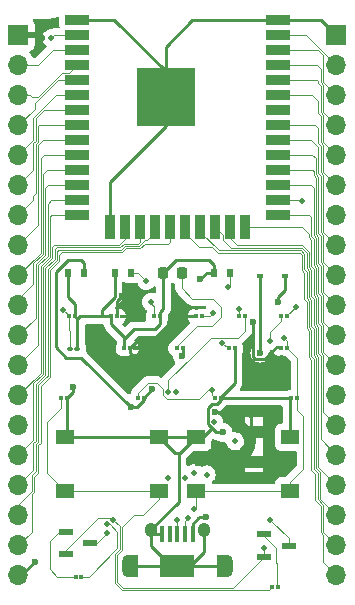
<source format=gtl>
%TF.GenerationSoftware,KiCad,Pcbnew,(5.99.0-11435-g252647e93c)*%
%TF.CreationDate,2021-07-20T11:27:29+10:00*%
%TF.ProjectId,ESP32 Clone devkit,45535033-3220-4436-9c6f-6e6520646576,1*%
%TF.SameCoordinates,Original*%
%TF.FileFunction,Copper,L1,Top*%
%TF.FilePolarity,Positive*%
%FSLAX46Y46*%
G04 Gerber Fmt 4.6, Leading zero omitted, Abs format (unit mm)*
G04 Created by KiCad (PCBNEW (5.99.0-11435-g252647e93c)) date 2021-07-20 11:27:29*
%MOMM*%
%LPD*%
G01*
G04 APERTURE LIST*
G04 Aperture macros list*
%AMRoundRect*
0 Rectangle with rounded corners*
0 $1 Rounding radius*
0 $2 $3 $4 $5 $6 $7 $8 $9 X,Y pos of 4 corners*
0 Add a 4 corners polygon primitive as box body*
4,1,4,$2,$3,$4,$5,$6,$7,$8,$9,$2,$3,0*
0 Add four circle primitives for the rounded corners*
1,1,$1+$1,$2,$3*
1,1,$1+$1,$4,$5*
1,1,$1+$1,$6,$7*
1,1,$1+$1,$8,$9*
0 Add four rect primitives between the rounded corners*
20,1,$1+$1,$2,$3,$4,$5,0*
20,1,$1+$1,$4,$5,$6,$7,0*
20,1,$1+$1,$6,$7,$8,$9,0*
20,1,$1+$1,$8,$9,$2,$3,0*%
G04 Aperture macros list end*
%TA.AperFunction,SMDPad,CuDef*%
%ADD10R,0.875000X1.900000*%
%TD*%
%TA.AperFunction,SMDPad,CuDef*%
%ADD11R,2.900000X1.900000*%
%TD*%
%TA.AperFunction,SMDPad,CuDef*%
%ADD12R,0.400000X1.350000*%
%TD*%
%TA.AperFunction,ComponentPad*%
%ADD13O,1.000000X1.900000*%
%TD*%
%TA.AperFunction,ComponentPad*%
%ADD14O,1.050000X1.250000*%
%TD*%
%TA.AperFunction,SMDPad,CuDef*%
%ADD15R,5.000000X5.000000*%
%TD*%
%TA.AperFunction,SMDPad,CuDef*%
%ADD16R,2.000000X0.900000*%
%TD*%
%TA.AperFunction,SMDPad,CuDef*%
%ADD17R,0.900000X2.000000*%
%TD*%
%TA.AperFunction,SMDPad,CuDef*%
%ADD18RoundRect,0.075000X-0.125000X-0.075000X0.125000X-0.075000X0.125000X0.075000X-0.125000X0.075000X0*%
%TD*%
%TA.AperFunction,SMDPad,CuDef*%
%ADD19RoundRect,0.075000X0.125000X0.075000X-0.125000X0.075000X-0.125000X-0.075000X0.125000X-0.075000X0*%
%TD*%
%TA.AperFunction,SMDPad,CuDef*%
%ADD20R,1.550000X1.300000*%
%TD*%
%TA.AperFunction,SMDPad,CuDef*%
%ADD21R,1.300000X0.600000*%
%TD*%
%TA.AperFunction,ComponentPad*%
%ADD22O,1.700000X1.700000*%
%TD*%
%TA.AperFunction,ComponentPad*%
%ADD23R,1.700000X1.700000*%
%TD*%
%TA.AperFunction,SMDPad,CuDef*%
%ADD24R,0.600000X0.700000*%
%TD*%
%TA.AperFunction,SMDPad,CuDef*%
%ADD25R,0.600000X0.450000*%
%TD*%
%TA.AperFunction,SMDPad,CuDef*%
%ADD26RoundRect,0.218750X-0.218750X-0.256250X0.218750X-0.256250X0.218750X0.256250X-0.218750X0.256250X0*%
%TD*%
%TA.AperFunction,SMDPad,CuDef*%
%ADD27RoundRect,0.100000X-0.130000X-0.100000X0.130000X-0.100000X0.130000X0.100000X-0.130000X0.100000X0*%
%TD*%
%TA.AperFunction,ViaPad*%
%ADD28C,0.600000*%
%TD*%
%TA.AperFunction,ViaPad*%
%ADD29C,0.500000*%
%TD*%
%TA.AperFunction,Conductor*%
%ADD30C,0.100000*%
%TD*%
%TA.AperFunction,Conductor*%
%ADD31C,0.250000*%
%TD*%
G04 APERTURE END LIST*
D10*
%TO.P,J1,6,Shield*%
%TO.N,GND*%
X85924500Y-117326000D03*
X93399500Y-117326000D03*
D11*
X89662000Y-117326000D03*
D12*
%TO.P,J1,2,D-*%
%TO.N,/USB_DN*%
X90312000Y-114651000D03*
D13*
%TO.P,J1,6,Shield*%
%TO.N,GND*%
X93837000Y-117326000D03*
X85487000Y-117326000D03*
D14*
X91887000Y-114326000D03*
D12*
%TO.P,J1,1,VBUS*%
%TO.N,/VBUS*%
X90962000Y-114651000D03*
%TO.P,J1,3,D+*%
%TO.N,/USB_DP*%
X89662000Y-114651000D03*
%TO.P,J1,4,ID*%
%TO.N,N/C*%
X89012000Y-114651000D03*
%TO.P,J1,5,GND*%
%TO.N,GND*%
X88362000Y-114651000D03*
D14*
%TO.P,J1,6,Shield*%
X87437000Y-114326000D03*
%TD*%
D15*
%TO.P,MOD1,39,GND*%
%TO.N,GND*%
X88677000Y-77620000D03*
D16*
%TO.P,MOD1,25,IO0*%
%TO.N,/IO0*%
X98177000Y-87630000D03*
%TO.P,MOD1,26,IO4*%
%TO.N,/IO4*%
X98177000Y-86360000D03*
%TO.P,MOD1,27,IO16*%
%TO.N,/IO16*%
X98177000Y-85090000D03*
%TO.P,MOD1,28,IO17*%
%TO.N,/IO17*%
X98177000Y-83820000D03*
%TO.P,MOD1,29,IO5*%
%TO.N,/IO5*%
X98177000Y-82550000D03*
%TO.P,MOD1,30,IO18*%
%TO.N,/IO18*%
X98177000Y-81280000D03*
%TO.P,MOD1,31,IO19*%
%TO.N,/IO19*%
X98177000Y-80010000D03*
%TO.P,MOD1,32,NC*%
%TO.N,N/C*%
X98177000Y-78740000D03*
%TO.P,MOD1,33,IO21*%
%TO.N,/IO21*%
X98177000Y-77470000D03*
%TO.P,MOD1,34,RXD0*%
%TO.N,/RXD0*%
X98177000Y-76200000D03*
%TO.P,MOD1,35,TXD0*%
%TO.N,/TXD0*%
X98177000Y-74930000D03*
%TO.P,MOD1,36,IO22*%
%TO.N,/IO22*%
X98177000Y-73660000D03*
%TO.P,MOD1,37,IO23*%
%TO.N,/IO23*%
X98177000Y-72390000D03*
%TO.P,MOD1,38,GND*%
%TO.N,GND*%
X98177000Y-71120000D03*
%TO.P,MOD1,14,IO12*%
%TO.N,/IO12*%
X81177000Y-87630000D03*
%TO.P,MOD1,13,IO14*%
%TO.N,/IO14*%
X81177000Y-86360000D03*
%TO.P,MOD1,12,IO27*%
%TO.N,/IO27*%
X81177000Y-85090000D03*
%TO.P,MOD1,11,IO26*%
%TO.N,/IO26*%
X81177000Y-83820000D03*
%TO.P,MOD1,10,IO25*%
%TO.N,/IO25*%
X81177000Y-82550000D03*
%TO.P,MOD1,9,IO33*%
%TO.N,/IO33*%
X81177000Y-81280000D03*
%TO.P,MOD1,8,IO32*%
%TO.N,/IO32*%
X81177000Y-80010000D03*
%TO.P,MOD1,7,IO35*%
%TO.N,/IO35*%
X81177000Y-78740000D03*
%TO.P,MOD1,6,IO34*%
%TO.N,/IO34*%
X81177000Y-77470000D03*
%TO.P,MOD1,5,SENSOR_VN*%
%TO.N,/SENSOR_VN*%
X81177000Y-76200000D03*
%TO.P,MOD1,4,SENSOR_VP*%
%TO.N,/SENSOR_VP*%
X81177000Y-74930000D03*
%TO.P,MOD1,3,EN*%
%TO.N,/EN*%
X81177000Y-73660000D03*
%TO.P,MOD1,2,3V3*%
%TO.N,Net-(C21-Pad1)*%
X81177000Y-72390000D03*
D17*
%TO.P,MOD1,24,IO2*%
%TO.N,/IO2*%
X95392000Y-88630000D03*
%TO.P,MOD1,23,IO15*%
%TO.N,/IO15*%
X94122000Y-88630000D03*
%TO.P,MOD1,22,SDI/SD1*%
%TO.N,/SD1*%
X92852000Y-88630000D03*
%TO.P,MOD1,21,SDO/SD0*%
%TO.N,/SD0*%
X91582000Y-88630000D03*
%TO.P,MOD1,20,SCK/CLK*%
%TO.N,/CLK*%
X90312000Y-88630000D03*
%TO.P,MOD1,19,SCS/CMD*%
%TO.N,/CMD*%
X89042000Y-88630000D03*
%TO.P,MOD1,18,SWP/SD3*%
%TO.N,/SD3*%
X87772000Y-88630000D03*
%TO.P,MOD1,17,SHD/SD2*%
%TO.N,/SD2*%
X86502000Y-88630000D03*
%TO.P,MOD1,16,IO13*%
%TO.N,/IO13*%
X85232000Y-88630000D03*
%TO.P,MOD1,15,GND*%
%TO.N,GND*%
X83962000Y-88630000D03*
D16*
%TO.P,MOD1,1,GND*%
X81177000Y-71120000D03*
%TD*%
D18*
%TO.P,C20,1*%
%TO.N,GND*%
X84068640Y-96215200D03*
%TO.P,C20,2*%
%TO.N,/VDD33*%
X84568640Y-96215200D03*
%TD*%
D19*
%TO.P,C15,1*%
%TO.N,GND*%
X80310800Y-103124000D03*
%TO.P,C15,2*%
%TO.N,/IO0*%
X79810800Y-103124000D03*
%TD*%
D20*
%TO.P,SW2,2,2*%
%TO.N,/EN*%
X99191000Y-110962000D03*
X91241000Y-110962000D03*
%TO.P,SW2,1,1*%
%TO.N,GND*%
X99191000Y-106462000D03*
X91241000Y-106462000D03*
%TD*%
%TO.P,SW1,2,2*%
%TO.N,/IO0*%
X88083000Y-110962000D03*
X80133000Y-110962000D03*
%TO.P,SW1,1,1*%
%TO.N,GND*%
X88083000Y-106462000D03*
X80133000Y-106462000D03*
%TD*%
D18*
%TO.P,R26,2*%
%TO.N,GND*%
X93312932Y-103124000D03*
%TO.P,R26,1*%
%TO.N,Net-(R25-Pad1)*%
X92812932Y-103124000D03*
%TD*%
%TO.P,R25,2*%
%TO.N,/VBUS*%
X86811866Y-103124000D03*
%TO.P,R25,1*%
%TO.N,Net-(R25-Pad1)*%
X86311866Y-103124000D03*
%TD*%
%TO.P,R24,2*%
%TO.N,Net-(R24-Pad2)*%
X91763520Y-96215200D03*
%TO.P,R24,1*%
%TO.N,/VDD33*%
X91263520Y-96215200D03*
%TD*%
%TO.P,R23,2*%
%TO.N,GND*%
X94521700Y-98907600D03*
%TO.P,R23,1*%
%TO.N,Net-(R23-Pad1)*%
X94021700Y-98907600D03*
%TD*%
%TO.P,R22,2*%
%TO.N,Net-(Q2-Pad1)*%
X98171000Y-119126000D03*
%TO.P,R22,1*%
%TO.N,/RTS*%
X97671000Y-119126000D03*
%TD*%
D19*
%TO.P,R21,2*%
%TO.N,Net-(Q1-Pad1)*%
X81030000Y-118237000D03*
%TO.P,R21,1*%
%TO.N,/DTR*%
X81530000Y-118237000D03*
%TD*%
%TO.P,R18,2*%
%TO.N,/TXD*%
X98458400Y-96215200D03*
%TO.P,R18,1*%
%TO.N,/RXD0*%
X98958400Y-96215200D03*
%TD*%
D18*
%TO.P,R17,2*%
%TO.N,/RXD*%
X95360960Y-96215200D03*
%TO.P,R17,1*%
%TO.N,/TXD0*%
X94860960Y-96215200D03*
%TD*%
%TO.P,R11,2*%
%TO.N,/EN*%
X98954400Y-98907600D03*
%TO.P,R11,1*%
%TO.N,/VDD33*%
X98454400Y-98907600D03*
%TD*%
%TO.P,R2,2*%
%TO.N,/EXT_5V*%
X90089000Y-98907600D03*
%TO.P,R2,1*%
%TO.N,Net-(D1-Pad2)*%
X89589000Y-98907600D03*
%TD*%
D21*
%TO.P,Q2,1,B*%
%TO.N,Net-(Q2-Pad1)*%
X96994000Y-114670800D03*
%TO.P,Q2,2,E*%
%TO.N,/IO0*%
X96994000Y-116570800D03*
%TO.P,Q2,3,C*%
%TO.N,/DTR*%
X99094000Y-115620800D03*
%TD*%
%TO.P,Q1,1,B*%
%TO.N,Net-(Q1-Pad1)*%
X80191000Y-114467600D03*
%TO.P,Q1,2,E*%
%TO.N,/RTS*%
X80191000Y-116367600D03*
%TO.P,Q1,3,C*%
%TO.N,/EN*%
X82291000Y-115417600D03*
%TD*%
D22*
%TO.P,J3,19,Pin_19*%
%TO.N,/CLK*%
X103124000Y-118110000D03*
%TO.P,J3,18,Pin_18*%
%TO.N,/SD0*%
X103124000Y-115570000D03*
%TO.P,J3,17,Pin_17*%
%TO.N,/SD1*%
X103124000Y-113030000D03*
%TO.P,J3,16,Pin_16*%
%TO.N,/IO15*%
X103124000Y-110490000D03*
%TO.P,J3,15,Pin_15*%
%TO.N,/IO2*%
X103124000Y-107950000D03*
%TO.P,J3,14,Pin_14*%
%TO.N,/IO0*%
X103124000Y-105410000D03*
%TO.P,J3,13,Pin_13*%
%TO.N,/IO4*%
X103124000Y-102870000D03*
%TO.P,J3,12,Pin_12*%
%TO.N,/IO16*%
X103124000Y-100330000D03*
%TO.P,J3,11,Pin_11*%
%TO.N,/IO17*%
X103124000Y-97790000D03*
%TO.P,J3,10,Pin_10*%
%TO.N,/IO5*%
X103124000Y-95250000D03*
%TO.P,J3,9,Pin_9*%
%TO.N,/IO18*%
X103124000Y-92710000D03*
%TO.P,J3,8,Pin_8*%
%TO.N,/IO19*%
X103124000Y-90170000D03*
%TO.P,J3,7,Pin_7*%
%TO.N,GND*%
X103124000Y-87630000D03*
%TO.P,J3,6,Pin_6*%
%TO.N,/IO21*%
X103124000Y-85090000D03*
%TO.P,J3,5,Pin_5*%
%TO.N,/RXD0*%
X103124000Y-82550000D03*
%TO.P,J3,4,Pin_4*%
%TO.N,/TXD0*%
X103124000Y-80010000D03*
%TO.P,J3,3,Pin_3*%
%TO.N,/IO22*%
X103124000Y-77470000D03*
%TO.P,J3,2,Pin_2*%
%TO.N,/IO23*%
X103124000Y-74930000D03*
D23*
%TO.P,J3,1,Pin_1*%
%TO.N,GND*%
X103124000Y-72390000D03*
%TD*%
D22*
%TO.P,J2,19,Pin_19*%
%TO.N,/EXT_5V*%
X76200000Y-118110000D03*
%TO.P,J2,18,Pin_18*%
%TO.N,/CMD*%
X76200000Y-115570000D03*
%TO.P,J2,17,Pin_17*%
%TO.N,/SD3*%
X76200000Y-113030000D03*
%TO.P,J2,16,Pin_16*%
%TO.N,/SD2*%
X76200000Y-110490000D03*
%TO.P,J2,15,Pin_15*%
%TO.N,/IO13*%
X76200000Y-107950000D03*
%TO.P,J2,14,Pin_14*%
%TO.N,GND*%
X76200000Y-105410000D03*
%TO.P,J2,13,Pin_13*%
%TO.N,/IO12*%
X76200000Y-102870000D03*
%TO.P,J2,12,Pin_12*%
%TO.N,/IO14*%
X76200000Y-100330000D03*
%TO.P,J2,11,Pin_11*%
%TO.N,/IO27*%
X76200000Y-97790000D03*
%TO.P,J2,10,Pin_10*%
%TO.N,/IO26*%
X76200000Y-95250000D03*
%TO.P,J2,9,Pin_9*%
%TO.N,/IO25*%
X76200000Y-92710000D03*
%TO.P,J2,8,Pin_8*%
%TO.N,/IO33*%
X76200000Y-90170000D03*
%TO.P,J2,7,Pin_7*%
%TO.N,/IO32*%
X76200000Y-87630000D03*
%TO.P,J2,6,Pin_6*%
%TO.N,/IO35*%
X76200000Y-85090000D03*
%TO.P,J2,5,Pin_5*%
%TO.N,/IO34*%
X76200000Y-82550000D03*
%TO.P,J2,4,Pin_4*%
%TO.N,/SENSOR_VN*%
X76200000Y-80010000D03*
%TO.P,J2,3,Pin_3*%
%TO.N,/SENSOR_VP*%
X76200000Y-77470000D03*
%TO.P,J2,2,Pin_2*%
%TO.N,/EN*%
X76200000Y-74930000D03*
D23*
%TO.P,J2,1,Pin_1*%
%TO.N,/VDD33*%
X76200000Y-72390000D03*
%TD*%
D24*
%TO.P,D6,1,A1*%
%TO.N,GND*%
X80376800Y-92510800D03*
%TO.P,D6,2,A2*%
%TO.N,/VBUS*%
X81776800Y-92510800D03*
%TD*%
%TO.P,D5,1,A1*%
%TO.N,GND*%
X84329900Y-92510800D03*
%TO.P,D5,2,A2*%
%TO.N,/USB_DP*%
X85729900Y-92510800D03*
%TD*%
%TO.P,D4,1,A1*%
%TO.N,GND*%
X92736100Y-92510800D03*
%TO.P,D4,2,A2*%
%TO.N,/USB_DN*%
X94136100Y-92510800D03*
%TD*%
D25*
%TO.P,D3,2,A*%
%TO.N,/VBUS*%
X98789200Y-92760800D03*
%TO.P,D3,1,K*%
%TO.N,/EXT_5V*%
X96689200Y-92760800D03*
%TD*%
D26*
%TO.P,D1,2,A*%
%TO.N,Net-(D1-Pad2)*%
X90040500Y-92580800D03*
%TO.P,D1,1,K*%
%TO.N,GND*%
X88465500Y-92580800D03*
%TD*%
D18*
%TO.P,C22,2*%
%TO.N,GND*%
X80971200Y-96215200D03*
%TO.P,C22,1*%
%TO.N,Net-(C21-Pad1)*%
X80471200Y-96215200D03*
%TD*%
D27*
%TO.P,C21,2*%
%TO.N,GND*%
X81193600Y-98957600D03*
%TO.P,C21,1*%
%TO.N,Net-(C21-Pad1)*%
X80553600Y-98957600D03*
%TD*%
D18*
%TO.P,C19,2*%
%TO.N,/VDD33*%
X85656300Y-98907600D03*
%TO.P,C19,1*%
%TO.N,GND*%
X85156300Y-98907600D03*
%TD*%
%TO.P,C14,2*%
%TO.N,/EN*%
X99814000Y-103124000D03*
%TO.P,C14,1*%
%TO.N,GND*%
X99314000Y-103124000D03*
%TD*%
%TO.P,C9,2*%
%TO.N,GND*%
X88166080Y-96215200D03*
%TO.P,C9,1*%
%TO.N,/EN*%
X87666080Y-96215200D03*
%TD*%
D28*
%TO.N,GND*%
X91601500Y-93078500D03*
X80806500Y-102222500D03*
%TO.N,/VDD33*%
X86267500Y-99682500D03*
%TO.N,/VBUS*%
X87537500Y-102363520D03*
X98205500Y-94983500D03*
D29*
%TO.N,Net-(R25-Pad1)*%
X92582989Y-102476500D03*
X91093500Y-109455500D03*
%TO.N,/USB_DP*%
X87029500Y-93205500D03*
D28*
%TO.N,/EXT_5V*%
X90077500Y-99555500D03*
%TO.N,/VDD33*%
X96046500Y-96693000D03*
D29*
%TO.N,/EN*%
X98713500Y-98031500D03*
X87410500Y-94983500D03*
%TO.N,/IO4*%
X100237500Y-86474500D03*
D28*
%TO.N,GND*%
X93506500Y-106032500D03*
D29*
%TO.N,/USB_DN*%
X92744500Y-105143500D03*
X93980000Y-93726000D03*
%TO.N,/TXD*%
X89535000Y-102616000D03*
X97536000Y-98298000D03*
%TO.N,/TXD0*%
X94869000Y-95603500D03*
%TO.N,/RXD*%
X88900000Y-102616000D03*
%TO.N,Net-(R24-Pad2)*%
X92710000Y-95928498D03*
X90263500Y-109855000D03*
%TO.N,Net-(R23-Pad1)*%
X93472000Y-98425000D03*
X88900000Y-109855000D03*
D28*
%TO.N,/EXT_5V*%
X77597000Y-116967000D03*
D29*
%TO.N,/RXD0*%
X99695000Y-95377000D03*
D28*
%TO.N,/EXT_5V*%
X96647000Y-99314000D03*
%TO.N,/VBUS*%
X85725000Y-103886000D03*
X92075000Y-113157000D03*
%TO.N,/VDD33*%
X84963000Y-94488000D03*
X78232000Y-72644000D03*
D29*
%TO.N,Net-(C21-Pad1)*%
X78994000Y-72644000D03*
X80010000Y-95631000D03*
D28*
%TO.N,/VDD33*%
X91440000Y-108585000D03*
X92837000Y-104267000D03*
D29*
%TO.N,/USB_DP*%
X94522500Y-106794500D03*
X92129019Y-109601000D03*
%TO.N,/DTR*%
X97536000Y-113411000D03*
%TO.N,/USB_DP*%
X89662000Y-113411000D03*
%TO.N,/USB_DN*%
X90551000Y-113284000D03*
%TO.N,/IO0*%
X97028000Y-115824000D03*
%TO.N,/DTR*%
X83693000Y-113792000D03*
%TO.N,/RTS*%
X84200655Y-113410655D03*
%TO.N,/EN*%
X91059000Y-112522000D03*
X83693000Y-114554000D03*
%TD*%
D30*
%TO.N,Net-(D1-Pad2)*%
X89589000Y-98907600D02*
X89589000Y-98757600D01*
X93345000Y-95377000D02*
X92710000Y-94742000D01*
X90932000Y-94742000D02*
X90040500Y-93850500D01*
X89589000Y-98757600D02*
X91318600Y-97028000D01*
X92583000Y-97028000D02*
X93345000Y-96266000D01*
X93345000Y-96266000D02*
X93345000Y-95377000D01*
X92710000Y-94742000D02*
X90932000Y-94742000D01*
X91318600Y-97028000D02*
X92583000Y-97028000D01*
X90040500Y-93850500D02*
X90040500Y-92580800D01*
%TO.N,Net-(R25-Pad1)*%
X92582989Y-102476500D02*
X92236500Y-102476500D01*
X92236500Y-102476500D02*
X91474500Y-103238500D01*
X87918500Y-101841500D02*
X87156500Y-101841500D01*
X88807500Y-103238500D02*
X88426500Y-102857500D01*
X88426500Y-102857500D02*
X88426500Y-102349500D01*
X91474500Y-103238500D02*
X88807500Y-103238500D01*
X88426500Y-102349500D02*
X87918500Y-101841500D01*
X86311866Y-102686134D02*
X86311866Y-103124000D01*
X87156500Y-101841500D02*
X86311866Y-102686134D01*
%TO.N,Net-(C21-Pad1)*%
X80553600Y-98957600D02*
X80553600Y-97411200D01*
X80553600Y-97411200D02*
X80471200Y-97328800D01*
X80471200Y-97328800D02*
X80471200Y-96215200D01*
D31*
%TO.N,GND*%
X80376800Y-92510800D02*
X80376800Y-94583400D01*
X80376800Y-94583400D02*
X80971200Y-95177800D01*
X80971200Y-95177800D02*
X80971200Y-96215200D01*
D30*
%TO.N,Net-(Q2-Pad1)*%
X96994000Y-114670800D02*
X96994000Y-114774000D01*
X98044000Y-115824000D02*
X98044000Y-117094000D01*
X98044000Y-117094000D02*
X98078500Y-117128500D01*
X96994000Y-114774000D02*
X98044000Y-115824000D01*
X98078500Y-119033500D02*
X98171000Y-119126000D01*
X98078500Y-117128500D02*
X98078500Y-119033500D01*
D31*
%TO.N,GND*%
X89662000Y-117326000D02*
X90705000Y-117326000D01*
X90705000Y-117326000D02*
X91887000Y-116144000D01*
X91887000Y-116144000D02*
X91887000Y-114326000D01*
X89662000Y-117326000D02*
X89127000Y-117326000D01*
X89127000Y-117326000D02*
X87437000Y-115636000D01*
X87437000Y-115636000D02*
X87437000Y-114326000D01*
D30*
%TO.N,/DTR*%
X81530000Y-118237000D02*
X82169000Y-118237000D01*
X82169000Y-118237000D02*
X84582000Y-115824000D01*
X83947000Y-113792000D02*
X83693000Y-113792000D01*
X84582000Y-115824000D02*
X84582000Y-114427000D01*
X84582000Y-114427000D02*
X83947000Y-113792000D01*
%TO.N,/RTS*%
X97671000Y-119126000D02*
X97417000Y-119380000D01*
X84781520Y-115906643D02*
X84781520Y-113991520D01*
X84962999Y-119379999D02*
X84382480Y-118799479D01*
X97417000Y-119380000D02*
X84962999Y-119379999D01*
X84382480Y-118799479D02*
X84382480Y-116305685D01*
X84382480Y-116305685D02*
X84781520Y-115906643D01*
X84781520Y-113991520D02*
X84200655Y-113410655D01*
%TO.N,Net-(Q1-Pad1)*%
X80191000Y-114467600D02*
X79588400Y-114467600D01*
X79588400Y-114467600D02*
X78867000Y-115189000D01*
X78867000Y-115189000D02*
X78867000Y-117602000D01*
X78867000Y-117602000D02*
X79502000Y-118237000D01*
X79502000Y-118237000D02*
X81030000Y-118237000D01*
D31*
%TO.N,GND*%
X80133000Y-106462000D02*
X80310800Y-106284200D01*
X80310800Y-106284200D02*
X80310800Y-103124000D01*
X92962439Y-106032500D02*
X92599469Y-105669531D01*
X92599469Y-105669531D02*
X92236500Y-105306561D01*
X91241000Y-106462000D02*
X91807000Y-106462000D01*
X91807000Y-106462000D02*
X92599469Y-105669531D01*
X88362000Y-114651000D02*
X87762000Y-114651000D01*
X87762000Y-114651000D02*
X87437000Y-114326000D01*
X92169200Y-92510800D02*
X91601500Y-93078500D01*
X92736100Y-92510800D02*
X92169200Y-92510800D01*
X80806500Y-102628300D02*
X80310800Y-103124000D01*
X80806500Y-102222500D02*
X80806500Y-102628300D01*
%TO.N,/VDD33*%
X85656300Y-98907600D02*
X85656300Y-99325300D01*
X85656300Y-99325300D02*
X86013500Y-99682500D01*
X86013500Y-99682500D02*
X86267500Y-99682500D01*
%TO.N,/VBUS*%
X87537500Y-102398366D02*
X86811866Y-103124000D01*
X87537500Y-102363520D02*
X87537500Y-102398366D01*
X98205500Y-94602500D02*
X98205500Y-94983500D01*
X98459500Y-94348500D02*
X98205500Y-94602500D01*
X98789200Y-94018800D02*
X98459500Y-94348500D01*
X98789200Y-92760800D02*
X98789200Y-94018800D01*
D30*
%TO.N,Net-(R25-Pad1)*%
X92582989Y-102476500D02*
X92582989Y-102894057D01*
X92582989Y-102894057D02*
X92812932Y-103124000D01*
%TO.N,/USB_DP*%
X86334800Y-92510800D02*
X87029500Y-93205500D01*
X85729900Y-92510800D02*
X86334800Y-92510800D01*
D31*
%TO.N,/EXT_5V*%
X90089000Y-99544000D02*
X90077500Y-99555500D01*
X90089000Y-98907600D02*
X90089000Y-99544000D01*
%TO.N,/VDD33*%
X98099489Y-98772511D02*
X97443500Y-99428500D01*
X96046500Y-99682500D02*
X96046500Y-96693000D01*
X98454400Y-98907600D02*
X98319311Y-98772511D01*
X97033489Y-99838511D02*
X96202511Y-99838511D01*
X96202511Y-99838511D02*
X96046500Y-99682500D01*
X97443500Y-99428500D02*
X97033489Y-99838511D01*
X98319311Y-98772511D02*
X98099489Y-98772511D01*
D30*
%TO.N,/EN*%
X98713500Y-98031500D02*
X98954400Y-98272400D01*
X98954400Y-98272400D02*
X98954400Y-98907600D01*
X87410500Y-95110500D02*
X87410500Y-94983500D01*
X87666080Y-95366080D02*
X87537500Y-95237500D01*
X87666080Y-96215200D02*
X87666080Y-95366080D01*
X87537500Y-95237500D02*
X87410500Y-95110500D01*
%TO.N,/IO4*%
X100110500Y-86347500D02*
X100237500Y-86474500D01*
X99983500Y-86347500D02*
X100110500Y-86347500D01*
X99971000Y-86360000D02*
X99983500Y-86347500D01*
X98177000Y-86360000D02*
X99971000Y-86360000D01*
D31*
%TO.N,GND*%
X92617500Y-103619500D02*
X92998500Y-103619500D01*
X92998500Y-103619500D02*
X93312932Y-103305068D01*
X93506500Y-106032500D02*
X92962439Y-106032500D01*
X92236500Y-104000500D02*
X92617500Y-103619500D01*
X92236500Y-105306561D02*
X92236500Y-104000500D01*
X93312932Y-103305068D02*
X93312932Y-103124000D01*
%TO.N,/VDD33*%
X91440000Y-108585000D02*
X94002000Y-108585000D01*
X94002000Y-108585000D02*
X95919500Y-106667500D01*
X95919500Y-106667500D02*
X95919500Y-104762500D01*
X95919500Y-104762500D02*
X95424000Y-104267000D01*
X95424000Y-104267000D02*
X92837000Y-104267000D01*
D30*
%TO.N,/USB_DN*%
X94136100Y-92510800D02*
X94136100Y-93569900D01*
X94136100Y-93569900D02*
X93980000Y-93726000D01*
%TO.N,/TXD*%
X97536000Y-97536000D02*
X97536000Y-98298000D01*
X97790000Y-97282000D02*
X97536000Y-97536000D01*
X98458400Y-96215200D02*
X98458400Y-96613600D01*
X98458400Y-96613600D02*
X97790000Y-97282000D01*
%TO.N,/TXD0*%
X94860960Y-96215200D02*
X94860960Y-95611540D01*
X94860960Y-95611540D02*
X94869000Y-95603500D01*
%TO.N,/RXD*%
X95360960Y-96282040D02*
X95377000Y-96298080D01*
X88900000Y-101600000D02*
X88900000Y-102616000D01*
X95360960Y-96215200D02*
X95360960Y-96282040D01*
X95377000Y-97409000D02*
X94760511Y-98025489D01*
X94760511Y-98025489D02*
X92474511Y-98025489D01*
X95377000Y-96298080D02*
X95377000Y-97409000D01*
X91059000Y-99441000D02*
X88900000Y-101600000D01*
X92474511Y-98025489D02*
X91059000Y-99441000D01*
%TO.N,Net-(R24-Pad2)*%
X92710000Y-95928498D02*
X92423298Y-96215200D01*
X92423298Y-96215200D02*
X91763520Y-96215200D01*
%TO.N,Net-(R23-Pad1)*%
X94021700Y-98907600D02*
X93954600Y-98907600D01*
X93954600Y-98907600D02*
X93472000Y-98425000D01*
D31*
%TO.N,/EXT_5V*%
X76454000Y-118110000D02*
X77597000Y-116967000D01*
X76200000Y-118110000D02*
X76454000Y-118110000D01*
D30*
%TO.N,/IO0*%
X79810800Y-103124000D02*
X79810800Y-103958200D01*
X79810800Y-103958200D02*
X78613000Y-105156000D01*
X78613000Y-105156000D02*
X78613000Y-109442000D01*
X78613000Y-109442000D02*
X80133000Y-110962000D01*
%TO.N,/EN*%
X99814000Y-103124000D02*
X99814000Y-104132000D01*
X99814000Y-104132000D02*
X100330000Y-104648000D01*
X100330000Y-104648000D02*
X100330000Y-109093000D01*
X100330000Y-109093000D02*
X99191000Y-110232000D01*
X99191000Y-110232000D02*
X99191000Y-110962000D01*
%TO.N,/RXD0*%
X98958400Y-96215200D02*
X98958400Y-96113600D01*
X98958400Y-96113600D02*
X99695000Y-95377000D01*
D31*
%TO.N,/EXT_5V*%
X96689200Y-99271800D02*
X96647000Y-99314000D01*
X96689200Y-92760800D02*
X96689200Y-99271800D01*
%TO.N,/VBUS*%
X85725000Y-103886000D02*
X81534000Y-99695000D01*
X81534000Y-99695000D02*
X80264000Y-99695000D01*
X79375000Y-98806000D02*
X79375000Y-92456000D01*
X80264000Y-99695000D02*
X79375000Y-98806000D01*
X79375000Y-92456000D02*
X80391000Y-91440000D01*
X80391000Y-91440000D02*
X81534000Y-91440000D01*
X81776800Y-91682800D02*
X81776800Y-92510800D01*
X81534000Y-91440000D02*
X81776800Y-91682800D01*
X86811866Y-103274000D02*
X86811866Y-103124000D01*
X90962000Y-113762000D02*
X91440000Y-113284000D01*
X91440000Y-113284000D02*
X91567000Y-113157000D01*
X91567000Y-113157000D02*
X92075000Y-113157000D01*
X90962000Y-114651000D02*
X90962000Y-113762000D01*
X85725000Y-103886000D02*
X86199866Y-103886000D01*
X86199866Y-103886000D02*
X86811866Y-103274000D01*
%TO.N,/VDD33*%
X84568640Y-94882360D02*
X84963000Y-94488000D01*
X84568640Y-96215200D02*
X84568640Y-94882360D01*
X77978000Y-72390000D02*
X78232000Y-72644000D01*
X76200000Y-72390000D02*
X77978000Y-72390000D01*
D30*
%TO.N,Net-(C21-Pad1)*%
X80471200Y-96215200D02*
X80471200Y-96092200D01*
X78994000Y-72644000D02*
X79248000Y-72390000D01*
X80471200Y-96092200D02*
X80010000Y-95631000D01*
X79248000Y-72390000D02*
X81177000Y-72390000D01*
D31*
%TO.N,/VDD33*%
X85656300Y-98907600D02*
X85656300Y-98874700D01*
X85656300Y-98874700D02*
X86614000Y-97917000D01*
X86614000Y-97917000D02*
X87884000Y-97917000D01*
X87884000Y-97917000D02*
X89585800Y-96215200D01*
X89585800Y-96215200D02*
X91263520Y-96215200D01*
%TO.N,GND*%
X92736100Y-92510800D02*
X92736100Y-91847100D01*
X92329000Y-91440000D02*
X89535000Y-91440000D01*
X89535000Y-91440000D02*
X88465500Y-92509500D01*
X92736100Y-91847100D02*
X92329000Y-91440000D01*
X88465500Y-92509500D02*
X88465500Y-92580800D01*
X88465500Y-92580800D02*
X88465500Y-95557500D01*
X88465500Y-95557500D02*
X88166080Y-95856920D01*
X88166080Y-95856920D02*
X88166080Y-96215200D01*
X81416000Y-96215200D02*
X83388200Y-96215200D01*
X84329900Y-92510800D02*
X84329900Y-94613100D01*
X83388200Y-96215200D02*
X84068640Y-96215200D01*
X84329900Y-94613100D02*
X83312000Y-95631000D01*
X83312000Y-96139000D02*
X83388200Y-96215200D01*
X83312000Y-95631000D02*
X83312000Y-96139000D01*
X81193600Y-96437600D02*
X81416000Y-96215200D01*
X81193600Y-98957600D02*
X81193600Y-96437600D01*
X81193600Y-96437600D02*
X80971200Y-96215200D01*
X84068640Y-96215200D02*
X84068640Y-96895640D01*
X84068640Y-96895640D02*
X85156300Y-97983300D01*
X85156300Y-97983300D02*
X85156300Y-98104700D01*
X85156300Y-98907600D02*
X85156300Y-98104700D01*
X85156300Y-98104700D02*
X85979000Y-97282000D01*
X85979000Y-97282000D02*
X87757000Y-97282000D01*
X87757000Y-97282000D02*
X88166080Y-96872920D01*
X88166080Y-96872920D02*
X88166080Y-96215200D01*
X94521700Y-98907600D02*
X94521700Y-101820300D01*
X94521700Y-101820300D02*
X93312932Y-103029068D01*
X93312932Y-103029068D02*
X93312932Y-103124000D01*
D30*
%TO.N,/EN*%
X99814000Y-103124000D02*
X99814000Y-99767200D01*
X99814000Y-99767200D02*
X98954400Y-98907600D01*
D31*
%TO.N,GND*%
X93312932Y-103124000D02*
X99314000Y-103124000D01*
X99191000Y-106462000D02*
X99191000Y-103247000D01*
X99191000Y-103247000D02*
X99314000Y-103124000D01*
D30*
%TO.N,/DTR*%
X99094000Y-115620800D02*
X99094000Y-114969000D01*
X99094000Y-114969000D02*
X97536000Y-113411000D01*
%TO.N,/USB_DP*%
X89662000Y-114651000D02*
X89662000Y-113411000D01*
%TO.N,/USB_DN*%
X90312000Y-114651000D02*
X90312000Y-113523000D01*
X90312000Y-113523000D02*
X90551000Y-113284000D01*
%TO.N,/IO0*%
X96994000Y-116570800D02*
X96994000Y-115858000D01*
X96994000Y-115858000D02*
X97028000Y-115824000D01*
X96994000Y-116570800D02*
X94384320Y-119180480D01*
X94384320Y-119180480D02*
X85045644Y-119180480D01*
X84981040Y-114046000D02*
X85997040Y-113030000D01*
X85045644Y-119180480D02*
X84582000Y-118716836D01*
X84582000Y-118716836D02*
X84582000Y-116388328D01*
X84582000Y-116388328D02*
X84981039Y-115989289D01*
X84981039Y-115989289D02*
X84981040Y-114046000D01*
X85997040Y-113030000D02*
X86741000Y-113030000D01*
X86741000Y-113030000D02*
X88083000Y-111688000D01*
X88083000Y-111688000D02*
X88083000Y-110962000D01*
%TO.N,/RTS*%
X80191000Y-116367600D02*
X80191000Y-116024000D01*
X84074000Y-113284000D02*
X84200655Y-113410655D01*
X80191000Y-116024000D02*
X82931000Y-113284000D01*
X82931000Y-113284000D02*
X84074000Y-113284000D01*
%TO.N,/EN*%
X82291000Y-115417600D02*
X82829400Y-115417600D01*
X82829400Y-115417600D02*
X83693000Y-114554000D01*
X91059000Y-112522000D02*
X91241000Y-112340000D01*
X91241000Y-112340000D02*
X91241000Y-110962000D01*
D31*
%TO.N,GND*%
X89898000Y-107805000D02*
X91241000Y-106462000D01*
X89789000Y-107914000D02*
X89898000Y-107805000D01*
X89898000Y-107805000D02*
X89426000Y-107805000D01*
X89426000Y-107805000D02*
X88083000Y-106462000D01*
X87437000Y-114326000D02*
X87437000Y-114239000D01*
X87437000Y-114239000D02*
X89789000Y-111887000D01*
X89789000Y-111887000D02*
X89789000Y-107914000D01*
D30*
%TO.N,/IO0*%
X88083000Y-110962000D02*
X80133000Y-110962000D01*
%TO.N,/EN*%
X99191000Y-110962000D02*
X91241000Y-110962000D01*
D31*
%TO.N,GND*%
X80133000Y-106462000D02*
X88083000Y-106462000D01*
X91241000Y-106462000D02*
X88083000Y-106462000D01*
X89662000Y-117326000D02*
X85924500Y-117326000D01*
X89662000Y-117326000D02*
X93399500Y-117326000D01*
D30*
%TO.N,/CMD*%
X86525286Y-90442040D02*
X85283451Y-90442040D01*
X77542519Y-111080645D02*
X77343000Y-111280164D01*
X88900000Y-90043000D02*
X86924328Y-90043000D01*
X86924328Y-90043000D02*
X86525286Y-90442040D01*
X89042000Y-88630000D02*
X89042000Y-89901000D01*
X89042000Y-89901000D02*
X88900000Y-90043000D01*
X85283451Y-90442040D02*
X84956930Y-90768560D01*
X84956930Y-90768560D02*
X84791642Y-90768559D01*
X84791642Y-90768559D02*
X79919441Y-90768559D01*
X77869040Y-109463877D02*
X77542520Y-109790397D01*
X79664718Y-91023282D02*
X79664717Y-91502592D01*
X79919441Y-90768559D02*
X79664718Y-91023282D01*
X79664717Y-91502592D02*
X78866640Y-92300669D01*
X78866640Y-92300669D02*
X78866638Y-101332019D01*
X78866638Y-101332019D02*
X78068560Y-102130097D01*
X78068560Y-102130097D02*
X78068558Y-106927935D01*
X78068558Y-106927935D02*
X77869040Y-107127452D01*
X77869040Y-107127452D02*
X77869040Y-109463877D01*
X77542520Y-109790397D02*
X77542519Y-111080645D01*
X77343000Y-111280164D02*
X77343000Y-114427000D01*
X77343000Y-114427000D02*
X76200000Y-115570000D01*
%TO.N,/SD3*%
X87772000Y-88630000D02*
X87772000Y-89109022D01*
X76200000Y-112141000D02*
X76200000Y-113030000D01*
X87101511Y-89779511D02*
X86905653Y-89779511D01*
X77669520Y-107044807D02*
X77669519Y-109302645D01*
X77669519Y-109302645D02*
X77343000Y-109629164D01*
X86905653Y-89779511D02*
X86442643Y-90242520D01*
X77343000Y-109629164D02*
X77343000Y-110998000D01*
X86442643Y-90242520D02*
X85200807Y-90242520D01*
X85200807Y-90242520D02*
X84874287Y-90569040D01*
X84874287Y-90569040D02*
X79610960Y-90569040D01*
X79610960Y-90569040D02*
X79465198Y-90714802D01*
X87772000Y-89109022D02*
X87101511Y-89779511D01*
X79465198Y-90714802D02*
X79465198Y-91419948D01*
X79465198Y-91419948D02*
X78667120Y-92218026D01*
X78667120Y-92218026D02*
X78667119Y-101249373D01*
X78667119Y-101249373D02*
X78550243Y-101366248D01*
X78550243Y-101366248D02*
X77869040Y-102047452D01*
X77869040Y-102047452D02*
X77869038Y-106845290D01*
X77869038Y-106845290D02*
X77669520Y-107044807D01*
X77343000Y-110998000D02*
X76200000Y-112141000D01*
%TO.N,/SD2*%
X86502000Y-88630000D02*
X86502000Y-89901000D01*
X85118164Y-90043000D02*
X84791644Y-90369520D01*
X86502000Y-89901000D02*
X86360000Y-90043000D01*
X86360000Y-90043000D02*
X85118164Y-90043000D01*
X79429480Y-90369520D02*
X79265678Y-90533322D01*
X79265678Y-90533322D02*
X79265678Y-91337305D01*
X84791644Y-90369520D02*
X79429480Y-90369520D01*
X79265678Y-91337305D02*
X78467600Y-92135383D01*
X78467600Y-92135383D02*
X78467600Y-101166728D01*
X78467600Y-101166728D02*
X77669520Y-101964808D01*
X77669520Y-101964808D02*
X77669519Y-106762645D01*
X77669519Y-106762645D02*
X77470000Y-106962164D01*
X77470000Y-106962164D02*
X77470000Y-109220000D01*
X77470000Y-109220000D02*
X76200000Y-110490000D01*
%TO.N,/IO13*%
X85232000Y-88630000D02*
X85232000Y-89647000D01*
X79066158Y-90318365D02*
X79066158Y-91254662D01*
X77470000Y-106680000D02*
X76200000Y-107950000D01*
X84709000Y-90170000D02*
X79214523Y-90170000D01*
X79214523Y-90170000D02*
X79066158Y-90318365D01*
X85232000Y-89647000D02*
X84709000Y-90170000D01*
X79066158Y-91254662D02*
X78268080Y-92052740D01*
X78268080Y-92052740D02*
X78268080Y-101084084D01*
X78268080Y-101084084D02*
X77470000Y-101882164D01*
X77470000Y-101882164D02*
X77470000Y-106680000D01*
%TO.N,/CLK*%
X100185324Y-92310799D02*
X100384840Y-92510315D01*
X91443082Y-90311082D02*
X92568918Y-90311082D01*
X92568918Y-90311082D02*
X93080877Y-90823040D01*
X90312000Y-88630000D02*
X90312000Y-89180000D01*
X100185324Y-90998816D02*
X100185324Y-92310799D01*
X90312000Y-89180000D02*
X91443082Y-90311082D01*
X100384840Y-92510315D02*
X100384848Y-94768160D01*
X93080877Y-90823040D02*
X100009548Y-90823040D01*
X100009548Y-90823040D02*
X100185324Y-90998816D01*
X101981000Y-116967000D02*
X103124000Y-118110000D01*
X100384848Y-94768160D02*
X100584360Y-94967672D01*
X100584360Y-94967672D02*
X100584367Y-97225515D01*
X100584367Y-97225515D02*
X100783880Y-97425028D01*
X100783880Y-97425028D02*
X100783884Y-99682869D01*
X100783884Y-99682869D02*
X100983400Y-99882385D01*
X100983400Y-99882385D02*
X100983400Y-109195892D01*
X100983400Y-109195892D02*
X101327960Y-109540452D01*
X101327960Y-109540452D02*
X101327961Y-111798288D01*
X101327961Y-111798288D02*
X101781480Y-112251807D01*
X101781480Y-112251807D02*
X101781481Y-114509645D01*
X101781481Y-114509645D02*
X101981000Y-114709164D01*
X101981000Y-114709164D02*
X101981000Y-116967000D01*
%TO.N,/SD0*%
X93163520Y-90623520D02*
X100092192Y-90623520D01*
X100092192Y-90623520D02*
X100384843Y-90916171D01*
X91582000Y-89042000D02*
X93163520Y-90623520D01*
X91582000Y-88630000D02*
X91582000Y-89042000D01*
X100384843Y-90916171D02*
X100384848Y-92228160D01*
X100384848Y-92228160D02*
X100584360Y-92427672D01*
X100584360Y-92427672D02*
X100584367Y-94685515D01*
X100783880Y-94885028D02*
X100783886Y-97142870D01*
X100584367Y-94685515D02*
X100783880Y-94885028D01*
X100783886Y-97142870D02*
X100983400Y-97342384D01*
X100983400Y-97342384D02*
X100983403Y-99600223D01*
X100983403Y-99600223D02*
X101182920Y-99799738D01*
X101182920Y-99799738D02*
X101182922Y-109113250D01*
X101182922Y-109113250D02*
X101527480Y-109457808D01*
X101527480Y-109457808D02*
X101527481Y-111715645D01*
X101527481Y-111715645D02*
X101981000Y-112169164D01*
X101981000Y-112169164D02*
X101981000Y-114427000D01*
X101981000Y-114427000D02*
X103124000Y-115570000D01*
%TO.N,/SD1*%
X92852000Y-88630000D02*
X93522489Y-89300489D01*
X100783880Y-92345028D02*
X100783886Y-94602870D01*
X93522489Y-89300489D02*
X93522489Y-89779511D01*
X100174836Y-90424000D02*
X100584362Y-90833526D01*
X94166978Y-90424000D02*
X100174836Y-90424000D01*
X93522489Y-89779511D02*
X94166978Y-90424000D01*
X100584367Y-92145515D02*
X100783880Y-92345028D01*
X100584362Y-90833526D02*
X100584367Y-92145515D01*
X100783886Y-94602870D02*
X100983400Y-94802384D01*
X100983400Y-94802384D02*
X100983405Y-97060225D01*
X100983405Y-97060225D02*
X101182920Y-97259740D01*
X101182920Y-97259740D02*
X101182923Y-99517578D01*
X101182923Y-99517578D02*
X101382440Y-99717094D01*
X101727000Y-111633000D02*
X103124000Y-113030000D01*
X101382440Y-99717094D02*
X101382441Y-109030605D01*
X101382441Y-109030605D02*
X101727000Y-109375164D01*
X101727000Y-109375164D02*
X101727000Y-111633000D01*
%TO.N,/IO15*%
X94122000Y-89550000D02*
X94742000Y-90170000D01*
X94742000Y-90170000D02*
X100203000Y-90170000D01*
X100783886Y-92062870D02*
X100983400Y-92262384D01*
X101182920Y-94719740D02*
X101182924Y-96977580D01*
X94122000Y-88630000D02*
X94122000Y-89550000D01*
X100783882Y-90750882D02*
X100783886Y-92062870D01*
X100983400Y-92262384D02*
X100983405Y-94520225D01*
X100983405Y-94520225D02*
X101182920Y-94719740D01*
X100203000Y-90170000D02*
X100783882Y-90750882D01*
X101182924Y-96977580D02*
X101382440Y-97177096D01*
X101382440Y-97177096D02*
X101382442Y-99434933D01*
X101382442Y-99434933D02*
X101581960Y-99634451D01*
X101581960Y-99634451D02*
X101581960Y-108947960D01*
X101581960Y-108947960D02*
X103124000Y-110490000D01*
%TO.N,/IO2*%
X95392000Y-88630000D02*
X100187000Y-88630000D01*
X100187000Y-88630000D02*
X100783885Y-89226885D01*
X100783885Y-89226885D02*
X100783886Y-89522870D01*
X100783886Y-89522870D02*
X100983400Y-89722384D01*
X100983400Y-89722384D02*
X100983405Y-91980225D01*
X100983405Y-91980225D02*
X101182920Y-92179740D01*
X101182920Y-92179740D02*
X101182924Y-94437580D01*
X101182924Y-94437580D02*
X101382440Y-94637096D01*
X101382440Y-94637096D02*
X101382443Y-96894935D01*
X101382443Y-96894935D02*
X101581960Y-97094452D01*
X101581960Y-97094452D02*
X101581962Y-99352290D01*
X101581962Y-99352290D02*
X101781480Y-99551808D01*
X101781480Y-99551808D02*
X101781480Y-106607480D01*
X101781480Y-106607480D02*
X103124000Y-107950000D01*
D31*
%TO.N,GND*%
X83962000Y-88630000D02*
X83962000Y-84821000D01*
X83962000Y-84821000D02*
X88677000Y-80106000D01*
X88677000Y-80106000D02*
X88677000Y-77620000D01*
D30*
%TO.N,/IO0*%
X98177000Y-87630000D02*
X100838000Y-87630000D01*
X101581960Y-94554452D02*
X101581962Y-96812290D01*
X100838000Y-87630000D02*
X100983403Y-87775403D01*
X101182924Y-91897580D02*
X101382440Y-92097096D01*
X101981000Y-99469164D02*
X101981000Y-104267000D01*
X101382443Y-94354935D02*
X101581960Y-94554452D01*
X100983405Y-89440225D02*
X101182920Y-89639740D01*
X101581962Y-96812290D02*
X101781480Y-97011808D01*
X101182920Y-89639740D02*
X101182924Y-91897580D01*
X101382440Y-92097096D02*
X101382443Y-94354935D01*
X101781480Y-97011808D02*
X101781481Y-99269645D01*
X100983403Y-87775403D02*
X100983405Y-89440225D01*
X101981000Y-104267000D02*
X103124000Y-105410000D01*
X101781481Y-99269645D02*
X101981000Y-99469164D01*
%TO.N,/IO16*%
X98177000Y-85090000D02*
X100965000Y-85090000D01*
X101981000Y-96929164D02*
X101981000Y-99187000D01*
X100965000Y-85090000D02*
X101182921Y-85307921D01*
X101182924Y-89357580D02*
X101382440Y-89557096D01*
X101182921Y-85307921D02*
X101182924Y-89357580D01*
X101382443Y-91814935D02*
X101581960Y-92014452D01*
X101581960Y-92014452D02*
X101581962Y-94272290D01*
X101382440Y-89557096D02*
X101382443Y-91814935D01*
X101781480Y-94471808D02*
X101781481Y-96729645D01*
X101581962Y-94272290D02*
X101781480Y-94471808D01*
X101781481Y-96729645D02*
X101981000Y-96929164D01*
X101981000Y-99187000D02*
X103124000Y-100330000D01*
%TO.N,/IO17*%
X101182923Y-83910923D02*
X101182924Y-84277580D01*
X101981000Y-94389164D02*
X101981000Y-96647000D01*
X101382440Y-84477096D02*
X101382443Y-89274935D01*
X101092000Y-83820000D02*
X101182923Y-83910923D01*
X98177000Y-83820000D02*
X101092000Y-83820000D01*
X101382443Y-89274935D02*
X101581960Y-89474452D01*
X101581960Y-89474452D02*
X101581962Y-91732290D01*
X101581962Y-91732290D02*
X101781480Y-91931808D01*
X101781481Y-94189645D02*
X101981000Y-94389164D01*
X101182924Y-84277580D02*
X101382440Y-84477096D01*
X101781480Y-91931808D02*
X101781481Y-94189645D01*
X101981000Y-96647000D02*
X103124000Y-97790000D01*
%TO.N,/IO5*%
X101092000Y-82550000D02*
X101382442Y-82840442D01*
X101581960Y-84394452D02*
X101581962Y-89192290D01*
X101382442Y-82840442D02*
X101382443Y-84194935D01*
X98177000Y-82550000D02*
X101092000Y-82550000D01*
X101581962Y-89192290D02*
X101781480Y-89391808D01*
X101781480Y-89391808D02*
X101781481Y-91649645D01*
X101382443Y-84194935D02*
X101581960Y-84394452D01*
X101781481Y-91649645D02*
X101981000Y-91849164D01*
X101981000Y-91849164D02*
X101981000Y-94107000D01*
X101981000Y-94107000D02*
X103124000Y-95250000D01*
%TO.N,/IO18*%
X98177000Y-81280000D02*
X100965000Y-81280000D01*
X100965000Y-81280000D02*
X101581962Y-81896962D01*
X101581962Y-81896962D02*
X101581962Y-84112290D01*
X101781481Y-89109645D02*
X101981000Y-89309164D01*
X101581962Y-84112290D02*
X101781480Y-84311808D01*
X101981000Y-89309164D02*
X101981000Y-91567000D01*
X101781480Y-84311808D02*
X101781481Y-89109645D01*
X101981000Y-91567000D02*
X103124000Y-92710000D01*
%TO.N,/IO19*%
X98177000Y-80010000D02*
X101346000Y-80010000D01*
X101581960Y-80245960D02*
X101581962Y-81572290D01*
X101581962Y-81572290D02*
X101781480Y-81771808D01*
X101981000Y-84229164D02*
X101981000Y-89027000D01*
X101981000Y-89027000D02*
X103124000Y-90170000D01*
X101781480Y-81771808D02*
X101781481Y-84029645D01*
X101346000Y-80010000D02*
X101581960Y-80245960D01*
X101781481Y-84029645D02*
X101981000Y-84229164D01*
%TO.N,/IO21*%
X98177000Y-77470000D02*
X101092000Y-77470000D01*
X101581962Y-79032290D02*
X101781480Y-79231808D01*
X101092000Y-77470000D02*
X101581961Y-77959961D01*
X101781481Y-81489645D02*
X101981000Y-81689164D01*
X101581961Y-77959961D02*
X101581962Y-79032290D01*
X101781480Y-79231808D02*
X101781481Y-81489645D01*
X101981000Y-81689164D02*
X101981000Y-83947000D01*
X101981000Y-83947000D02*
X103124000Y-85090000D01*
%TO.N,/RXD0*%
X98177000Y-76200000D02*
X101473000Y-76200000D01*
X101981000Y-79149164D02*
X101981000Y-81407000D01*
X101473000Y-76200000D02*
X101581961Y-76308961D01*
X101581962Y-76492290D02*
X101781481Y-76691809D01*
X101581961Y-76308961D02*
X101581962Y-76492290D01*
X101781481Y-76691809D02*
X101781481Y-78949645D01*
X101781481Y-78949645D02*
X101981000Y-79149164D01*
X101981000Y-81407000D02*
X103124000Y-82550000D01*
%TO.N,/TXD0*%
X98177000Y-74930000D02*
X101473000Y-74930000D01*
X101473000Y-74930000D02*
X101781480Y-75238480D01*
X101781480Y-75238480D02*
X101781481Y-76409645D01*
X101781481Y-76409645D02*
X101981000Y-76609164D01*
X101981000Y-76609164D02*
X101981000Y-78867000D01*
X101981000Y-78867000D02*
X103124000Y-80010000D01*
%TO.N,/IO22*%
X98177000Y-73660000D02*
X101571836Y-73660000D01*
X101571836Y-73660000D02*
X101981000Y-74069164D01*
X101981000Y-74069164D02*
X101981000Y-76327000D01*
X101981000Y-76327000D02*
X103124000Y-77470000D01*
%TO.N,/IO23*%
X98177000Y-72390000D02*
X100584000Y-72390000D01*
X100584000Y-72390000D02*
X103124000Y-74930000D01*
D31*
%TO.N,GND*%
X98177000Y-71120000D02*
X101854000Y-71120000D01*
X101854000Y-71120000D02*
X103124000Y-72390000D01*
D30*
%TO.N,/IO12*%
X81177000Y-87630000D02*
X78994000Y-87630000D01*
X78994000Y-87630000D02*
X78866640Y-87757360D01*
X78866639Y-91172017D02*
X78068560Y-91970096D01*
X78866640Y-87757360D02*
X78866639Y-91172017D01*
X78068560Y-101001440D02*
X76200000Y-102870000D01*
X78068560Y-91970096D02*
X78068560Y-101001440D01*
%TO.N,/IO14*%
X81177000Y-86360000D02*
X78994000Y-86360000D01*
X78994000Y-86360000D02*
X78667120Y-86686880D01*
X78667120Y-86686880D02*
X78667120Y-91089372D01*
X78667120Y-91089372D02*
X77869040Y-91887452D01*
X77869040Y-91887452D02*
X77869040Y-98660960D01*
X77869040Y-98660960D02*
X76200000Y-100330000D01*
%TO.N,/IO27*%
X78740000Y-85090000D02*
X78467600Y-85362400D01*
X78467600Y-85362400D02*
X78467598Y-91006730D01*
X78467598Y-91006730D02*
X77669520Y-91804808D01*
X81177000Y-85090000D02*
X78740000Y-85090000D01*
X77669520Y-91804808D02*
X77669520Y-96320480D01*
X77669520Y-96320480D02*
X76200000Y-97790000D01*
%TO.N,/IO26*%
X81177000Y-83820000D02*
X78613000Y-83820000D01*
X78268080Y-84164920D02*
X78268079Y-90924085D01*
X78613000Y-83820000D02*
X78268080Y-84164920D01*
X77470000Y-93472000D02*
X76200000Y-94742000D01*
X78268079Y-90924085D02*
X77470000Y-91722164D01*
X77470000Y-91722164D02*
X77470000Y-93472000D01*
X76200000Y-94742000D02*
X76200000Y-95250000D01*
%TO.N,/IO25*%
X81177000Y-82550000D02*
X78359000Y-82550000D01*
X78359000Y-82550000D02*
X78068560Y-82840440D01*
X78068560Y-82840440D02*
X78068560Y-90841440D01*
X78068560Y-90841440D02*
X76200000Y-92710000D01*
%TO.N,/IO33*%
X81177000Y-81280000D02*
X78316491Y-81280000D01*
X78316491Y-81280000D02*
X77869040Y-81727451D01*
X77869040Y-81727451D02*
X77869039Y-88500961D01*
X77869039Y-88500961D02*
X76200000Y-90170000D01*
%TO.N,/IO32*%
X81177000Y-80010000D02*
X77978000Y-80010000D01*
X77978000Y-80010000D02*
X77869039Y-80118961D01*
X77470000Y-86360000D02*
X76200000Y-87630000D01*
X77869039Y-80118961D02*
X77869039Y-81445288D01*
X77869039Y-81445288D02*
X77669520Y-81644807D01*
X77669520Y-81644807D02*
X77669520Y-85779480D01*
X77669520Y-85779480D02*
X77470000Y-85979000D01*
X77470000Y-85979000D02*
X77470000Y-86360000D01*
%TO.N,/IO35*%
X81177000Y-78740000D02*
X78387164Y-78740000D01*
X77669519Y-79457645D02*
X77669519Y-81362645D01*
X78387164Y-78740000D02*
X77669519Y-79457645D01*
X77669519Y-81362645D02*
X77470000Y-81562164D01*
X77470000Y-81562164D02*
X77470000Y-83820000D01*
X77470000Y-83820000D02*
X76200000Y-85090000D01*
%TO.N,/IO34*%
X81177000Y-77470000D02*
X79375000Y-77470000D01*
X77470000Y-81280000D02*
X76200000Y-82550000D01*
X79375000Y-77470000D02*
X77470000Y-79375000D01*
X77470000Y-79375000D02*
X77470000Y-81280000D01*
%TO.N,/SENSOR_VN*%
X81177000Y-76200000D02*
X79530164Y-76200000D01*
X79530164Y-76200000D02*
X77597000Y-78133164D01*
X77597000Y-78133164D02*
X77597000Y-78613000D01*
X77597000Y-78613000D02*
X76200000Y-80010000D01*
%TO.N,/SENSOR_VP*%
X81177000Y-74930000D02*
X80506511Y-75600489D01*
X80506511Y-75600489D02*
X79847511Y-75600489D01*
X79847511Y-75600489D02*
X77849000Y-77599000D01*
X77849000Y-77599000D02*
X77345000Y-77599000D01*
X77345000Y-77599000D02*
X77216000Y-77470000D01*
X77216000Y-77470000D02*
X76200000Y-77470000D01*
%TO.N,/EN*%
X81177000Y-73660000D02*
X79121000Y-73660000D01*
X79121000Y-73660000D02*
X77851000Y-74930000D01*
X77851000Y-74930000D02*
X76200000Y-74930000D01*
D31*
%TO.N,GND*%
X98177000Y-71120000D02*
X90932000Y-71120000D01*
X90932000Y-71120000D02*
X88677000Y-73375000D01*
X88677000Y-73375000D02*
X88677000Y-77620000D01*
X81177000Y-71120000D02*
X84328000Y-71120000D01*
X84328000Y-71120000D02*
X88677000Y-75469000D01*
X88677000Y-75469000D02*
X88677000Y-77620000D01*
%TD*%
%TA.AperFunction,Conductor*%
%TO.N,/VDD33*%
G36*
X98499621Y-103777502D02*
G01*
X98546114Y-103831158D01*
X98557500Y-103883500D01*
X98557500Y-105177500D01*
X98537498Y-105245621D01*
X98483842Y-105292114D01*
X98431500Y-105303500D01*
X98367866Y-105303500D01*
X98305684Y-105310255D01*
X98169295Y-105361385D01*
X98052739Y-105448739D01*
X97965385Y-105565295D01*
X97914255Y-105701684D01*
X97907500Y-105763866D01*
X97907500Y-107160134D01*
X97914255Y-107222316D01*
X97965385Y-107358705D01*
X98052739Y-107475261D01*
X98169295Y-107562615D01*
X98305684Y-107613745D01*
X98367866Y-107620500D01*
X99645500Y-107620500D01*
X99713621Y-107640502D01*
X99760114Y-107694158D01*
X99771500Y-107746500D01*
X99771500Y-108809472D01*
X99751498Y-108877593D01*
X99734595Y-108898567D01*
X98866567Y-109766595D01*
X98804255Y-109800621D01*
X98777472Y-109803500D01*
X98367866Y-109803500D01*
X98305684Y-109810255D01*
X98169295Y-109861385D01*
X98052739Y-109948739D01*
X97965385Y-110065295D01*
X97914255Y-110201684D01*
X97907500Y-110263866D01*
X97907500Y-110277500D01*
X97887498Y-110345621D01*
X97833842Y-110392114D01*
X97781500Y-110403500D01*
X92701276Y-110403500D01*
X92633155Y-110383498D01*
X92586662Y-110329842D01*
X92576558Y-110259568D01*
X92606052Y-110194988D01*
X92614384Y-110186254D01*
X92713740Y-110091639D01*
X92807910Y-109949902D01*
X92868338Y-109790825D01*
X92892020Y-109622313D01*
X92892318Y-109601000D01*
X92873350Y-109431892D01*
X92858588Y-109389500D01*
X92845565Y-109352104D01*
X92817387Y-109271189D01*
X92727211Y-109126879D01*
X92679169Y-109078500D01*
X95375000Y-109078500D01*
X95375000Y-109389500D01*
X96901000Y-109389500D01*
X96901000Y-109078500D01*
X95375000Y-109078500D01*
X92679169Y-109078500D01*
X92607305Y-109006132D01*
X92583734Y-108991173D01*
X92552425Y-108971304D01*
X92463627Y-108914951D01*
X92303319Y-108857868D01*
X92134348Y-108837720D01*
X92127345Y-108838456D01*
X92127344Y-108838456D01*
X91972120Y-108854770D01*
X91972116Y-108854771D01*
X91965112Y-108855507D01*
X91804022Y-108910346D01*
X91775561Y-108927856D01*
X91707062Y-108946513D01*
X91639348Y-108925174D01*
X91620139Y-108909324D01*
X91571786Y-108860632D01*
X91428108Y-108769451D01*
X91267800Y-108712368D01*
X91098829Y-108692220D01*
X91091826Y-108692956D01*
X91091825Y-108692956D01*
X90936601Y-108709270D01*
X90936597Y-108709271D01*
X90929593Y-108710007D01*
X90922922Y-108712278D01*
X90775173Y-108762575D01*
X90775170Y-108762576D01*
X90768503Y-108764846D01*
X90762505Y-108768536D01*
X90762503Y-108768537D01*
X90754875Y-108773230D01*
X90623566Y-108854012D01*
X90623511Y-108854066D01*
X90560079Y-108879227D01*
X90490409Y-108865570D01*
X90439182Y-108816414D01*
X90422500Y-108753760D01*
X90422500Y-108228594D01*
X90442502Y-108160473D01*
X90459405Y-108139499D01*
X90534404Y-108064500D01*
X95759188Y-108064500D01*
X96901000Y-108064500D01*
X96901000Y-107284087D01*
X96899431Y-107269644D01*
X96899109Y-107266252D01*
X96895767Y-107225167D01*
X96895536Y-107221765D01*
X96894799Y-107208157D01*
X96894661Y-107204751D01*
X96893546Y-107163542D01*
X96893500Y-107160134D01*
X96893500Y-106538500D01*
X96277443Y-106538500D01*
X96293480Y-106681473D01*
X96293859Y-106685414D01*
X96297698Y-106733132D01*
X96297954Y-106737082D01*
X96298727Y-106752889D01*
X96298858Y-106756843D01*
X96299694Y-106804715D01*
X96299701Y-106808677D01*
X96299403Y-106829990D01*
X96299285Y-106833947D01*
X96297112Y-106881770D01*
X96296870Y-106885720D01*
X96295656Y-106901493D01*
X96295291Y-106905433D01*
X96290123Y-106953003D01*
X96289634Y-106956929D01*
X96265952Y-107125441D01*
X96264778Y-107132379D01*
X96248254Y-107215833D01*
X96246696Y-107222695D01*
X96239710Y-107249904D01*
X96237770Y-107256667D01*
X96212046Y-107337760D01*
X96209732Y-107344406D01*
X96149304Y-107503483D01*
X96146622Y-107509989D01*
X96112015Y-107587715D01*
X96108975Y-107594061D01*
X96096135Y-107619044D01*
X96092745Y-107625209D01*
X96049701Y-107698575D01*
X96045973Y-107704541D01*
X95951803Y-107846278D01*
X95947748Y-107852027D01*
X95896796Y-107920137D01*
X95892426Y-107925651D01*
X95874370Y-107947170D01*
X95869697Y-107952433D01*
X95811452Y-108014458D01*
X95806494Y-108019451D01*
X95759188Y-108064500D01*
X90534404Y-108064500D01*
X90941499Y-107657405D01*
X91003811Y-107623379D01*
X91030594Y-107620500D01*
X92064134Y-107620500D01*
X92126316Y-107613745D01*
X92262705Y-107562615D01*
X92379261Y-107475261D01*
X92466615Y-107358705D01*
X92517745Y-107222316D01*
X92524500Y-107160134D01*
X92524500Y-106727716D01*
X92544502Y-106659595D01*
X92598158Y-106613102D01*
X92668432Y-106602998D01*
X92711198Y-106617300D01*
X92720433Y-106622377D01*
X92720436Y-106622378D01*
X92727379Y-106626195D01*
X92747011Y-106631236D01*
X92765703Y-106637636D01*
X92784295Y-106645681D01*
X92827961Y-106652597D01*
X92839567Y-106655000D01*
X92882409Y-106666000D01*
X92902671Y-106666000D01*
X92922380Y-106667551D01*
X92942383Y-106670719D01*
X92950275Y-106669973D01*
X92950276Y-106669973D01*
X92953323Y-106669685D01*
X92955688Y-106670143D01*
X92958198Y-106670222D01*
X92958185Y-106670627D01*
X93023024Y-106683188D01*
X93034173Y-106689694D01*
X93106590Y-106737082D01*
X93139659Y-106758722D01*
X93146263Y-106761178D01*
X93146265Y-106761179D01*
X93303058Y-106819490D01*
X93303060Y-106819490D01*
X93309668Y-106821948D01*
X93387933Y-106832391D01*
X93482480Y-106845007D01*
X93482484Y-106845007D01*
X93489461Y-106845938D01*
X93496472Y-106845300D01*
X93496476Y-106845300D01*
X93638315Y-106832391D01*
X93707968Y-106846136D01*
X93759133Y-106895357D01*
X93773168Y-106939414D01*
X93773728Y-106939295D01*
X93774926Y-106944933D01*
X93775134Y-106945584D01*
X93775881Y-106953199D01*
X93829594Y-107114667D01*
X93833241Y-107120689D01*
X93833242Y-107120691D01*
X93911535Y-107249967D01*
X93917746Y-107260223D01*
X94035955Y-107382632D01*
X94178346Y-107475810D01*
X94184950Y-107478266D01*
X94184952Y-107478267D01*
X94221344Y-107491801D01*
X94337841Y-107535126D01*
X94506515Y-107557632D01*
X94513526Y-107556994D01*
X94513530Y-107556994D01*
X94668962Y-107542848D01*
X94675983Y-107542209D01*
X94682685Y-107540031D01*
X94682687Y-107540031D01*
X94831123Y-107491801D01*
X94831126Y-107491800D01*
X94837822Y-107489624D01*
X94983990Y-107402490D01*
X94989084Y-107397639D01*
X94989088Y-107397636D01*
X95085057Y-107306245D01*
X95107221Y-107285139D01*
X95201391Y-107143402D01*
X95261819Y-106984325D01*
X95285501Y-106815813D01*
X95285799Y-106794500D01*
X95266831Y-106625392D01*
X95259910Y-106605516D01*
X95213186Y-106471346D01*
X95210868Y-106464689D01*
X95120692Y-106320379D01*
X95000786Y-106199632D01*
X94857108Y-106108451D01*
X94696800Y-106051368D01*
X94527829Y-106031220D01*
X94520826Y-106031956D01*
X94520825Y-106031956D01*
X94473198Y-106036962D01*
X94446832Y-106039733D01*
X94376994Y-106026961D01*
X94325147Y-105978459D01*
X94308447Y-105928468D01*
X94300682Y-105859244D01*
X94299897Y-105852245D01*
X94247466Y-105701684D01*
X94242564Y-105687606D01*
X94242562Y-105687603D01*
X94240245Y-105680948D01*
X94236509Y-105674969D01*
X94147859Y-105533098D01*
X94144126Y-105527124D01*
X94097611Y-105480283D01*
X94021278Y-105403415D01*
X94021274Y-105403412D01*
X94016315Y-105398418D01*
X93863166Y-105301227D01*
X93833963Y-105290828D01*
X93698925Y-105242743D01*
X93698920Y-105242742D01*
X93692290Y-105240381D01*
X93640537Y-105234210D01*
X93615475Y-105231221D01*
X93550202Y-105203293D01*
X93510390Y-105144510D01*
X93505180Y-105120152D01*
X93489616Y-104981390D01*
X93489616Y-104981389D01*
X93488831Y-104974392D01*
X93432868Y-104813689D01*
X93406505Y-104771500D01*
X95375000Y-104771500D01*
X95375000Y-105237861D01*
X95394394Y-105248700D01*
X95400437Y-105252303D01*
X95544115Y-105343484D01*
X95549948Y-105347418D01*
X95619109Y-105396932D01*
X95624712Y-105401185D01*
X95646604Y-105418786D01*
X95651964Y-105423348D01*
X95715197Y-105480283D01*
X95720293Y-105485135D01*
X95759384Y-105524500D01*
X96901000Y-105524500D01*
X96901000Y-104771500D01*
X95375000Y-104771500D01*
X93406505Y-104771500D01*
X93342692Y-104669379D01*
X93222786Y-104548632D01*
X93201525Y-104535139D01*
X93124110Y-104486010D01*
X93099159Y-104470175D01*
X93052360Y-104416787D01*
X93041855Y-104346572D01*
X93070979Y-104281824D01*
X93130485Y-104243100D01*
X93146713Y-104239666D01*
X93149433Y-104238967D01*
X93157297Y-104237974D01*
X93164668Y-104235055D01*
X93164670Y-104235055D01*
X93198412Y-104221696D01*
X93209642Y-104217851D01*
X93244483Y-104207729D01*
X93244484Y-104207729D01*
X93252093Y-104205518D01*
X93258912Y-104201485D01*
X93258917Y-104201483D01*
X93269528Y-104195207D01*
X93287276Y-104186512D01*
X93306117Y-104179052D01*
X93324125Y-104165969D01*
X93341887Y-104153064D01*
X93351807Y-104146548D01*
X93359840Y-104141797D01*
X93389862Y-104124042D01*
X93395469Y-104118436D01*
X93404185Y-104109720D01*
X93419219Y-104096879D01*
X93429195Y-104089631D01*
X93429196Y-104089630D01*
X93435607Y-104084972D01*
X93463788Y-104050907D01*
X93471778Y-104042126D01*
X93705190Y-103808715D01*
X93713472Y-103801179D01*
X93719950Y-103797068D01*
X93725375Y-103791291D01*
X93731269Y-103786415D01*
X93796506Y-103758405D01*
X93811584Y-103757500D01*
X98431500Y-103757500D01*
X98499621Y-103777502D01*
G37*
%TD.AperFunction*%
%TA.AperFunction,Conductor*%
G36*
X89296988Y-93356918D02*
G01*
X89342078Y-93385840D01*
X89367947Y-93411664D01*
X89412793Y-93439307D01*
X89422116Y-93445054D01*
X89469609Y-93497826D01*
X89482000Y-93552314D01*
X89482000Y-93835338D01*
X89481889Y-93840614D01*
X89479251Y-93903554D01*
X89489351Y-93946614D01*
X89491513Y-93958283D01*
X89497516Y-94002104D01*
X89500928Y-94009987D01*
X89500928Y-94009989D01*
X89503639Y-94016254D01*
X89510674Y-94037526D01*
X89512231Y-94044167D01*
X89512232Y-94044171D01*
X89514193Y-94052530D01*
X89526492Y-94074902D01*
X89535503Y-94091293D01*
X89540725Y-94101953D01*
X89558288Y-94142538D01*
X89563691Y-94149211D01*
X89563694Y-94149215D01*
X89567989Y-94154519D01*
X89580481Y-94173109D01*
X89584229Y-94179926D01*
X89587911Y-94186623D01*
X89592223Y-94191618D01*
X89592226Y-94191622D01*
X89593509Y-94193108D01*
X89595022Y-94194860D01*
X89619971Y-94219809D01*
X89628796Y-94229609D01*
X89654586Y-94261457D01*
X89661588Y-94266433D01*
X89661589Y-94266434D01*
X89670270Y-94272603D01*
X89686376Y-94286214D01*
X90526343Y-95126181D01*
X90529996Y-95129990D01*
X90572652Y-95176378D01*
X90594750Y-95190079D01*
X90610236Y-95199681D01*
X90620020Y-95206406D01*
X90648403Y-95227950D01*
X90648407Y-95227952D01*
X90655252Y-95233148D01*
X90663242Y-95236311D01*
X90663241Y-95236311D01*
X90669588Y-95238824D01*
X90689599Y-95248889D01*
X90695399Y-95252485D01*
X90695404Y-95252487D01*
X90702702Y-95257012D01*
X90710949Y-95259408D01*
X90745176Y-95269352D01*
X90756405Y-95273197D01*
X90789535Y-95286314D01*
X90789540Y-95286315D01*
X90797526Y-95289477D01*
X90806065Y-95290375D01*
X90806075Y-95290377D01*
X90812862Y-95291090D01*
X90834839Y-95295401D01*
X90843312Y-95297863D01*
X90843314Y-95297863D01*
X90849646Y-95299703D01*
X90856706Y-95300221D01*
X90858192Y-95300331D01*
X90858203Y-95300331D01*
X90860499Y-95300500D01*
X90895790Y-95300500D01*
X90908959Y-95301190D01*
X90949708Y-95305473D01*
X90968686Y-95302263D01*
X90989688Y-95300500D01*
X91981199Y-95300500D01*
X92049320Y-95320502D01*
X92095813Y-95374158D01*
X92105917Y-95444432D01*
X92087113Y-95494752D01*
X92083378Y-95500548D01*
X92029665Y-95546974D01*
X91965339Y-95556574D01*
X91965339Y-95556700D01*
X91561701Y-95556700D01*
X91545164Y-95561131D01*
X91479948Y-95561131D01*
X91473254Y-95559338D01*
X91457017Y-95557200D01*
X91431635Y-95557200D01*
X91416396Y-95561675D01*
X91399628Y-95581026D01*
X91384976Y-95607859D01*
X91358884Y-95627880D01*
X91301039Y-95661278D01*
X91232045Y-95678015D01*
X91164953Y-95654795D01*
X91121066Y-95598988D01*
X91117144Y-95587657D01*
X91109045Y-95560076D01*
X91107655Y-95558871D01*
X91099972Y-95557200D01*
X91070023Y-95557200D01*
X91053793Y-95559337D01*
X90921466Y-95594793D01*
X90906338Y-95601059D01*
X90787699Y-95669556D01*
X90774710Y-95679523D01*
X90677843Y-95776390D01*
X90667876Y-95789379D01*
X90599379Y-95908018D01*
X90593113Y-95923146D01*
X90557812Y-96054892D01*
X90559995Y-96062324D01*
X90561385Y-96063529D01*
X90569068Y-96065200D01*
X90929020Y-96065200D01*
X90997141Y-96085202D01*
X91043634Y-96138858D01*
X91055020Y-96191200D01*
X91055020Y-96239200D01*
X91035018Y-96307321D01*
X90981362Y-96353814D01*
X90929020Y-96365200D01*
X90573635Y-96365200D01*
X90558396Y-96369675D01*
X90557191Y-96371065D01*
X90557164Y-96371189D01*
X90557657Y-96374927D01*
X90593113Y-96507254D01*
X90599379Y-96522382D01*
X90667876Y-96641021D01*
X90677843Y-96654010D01*
X90701203Y-96677370D01*
X90735229Y-96739682D01*
X90730164Y-96810497D01*
X90701205Y-96855557D01*
X89302429Y-98254333D01*
X89253883Y-98282361D01*
X89254383Y-98283568D01*
X89246756Y-98286727D01*
X89238777Y-98288865D01*
X89231625Y-98292994D01*
X89231623Y-98292995D01*
X89130849Y-98351177D01*
X89105723Y-98365684D01*
X88997084Y-98474323D01*
X88920265Y-98607377D01*
X88880500Y-98755781D01*
X88880500Y-99059419D01*
X88920265Y-99207823D01*
X88997084Y-99340877D01*
X89105723Y-99449516D01*
X89207545Y-99508303D01*
X89256537Y-99559684D01*
X89269943Y-99605124D01*
X89281663Y-99724660D01*
X89338918Y-99896773D01*
X89342565Y-99902795D01*
X89342566Y-99902797D01*
X89423457Y-100036364D01*
X89432880Y-100051924D01*
X89437774Y-100056992D01*
X89437775Y-100056993D01*
X89457581Y-100077503D01*
X89490512Y-100140400D01*
X89484212Y-100211116D01*
X89456038Y-100254124D01*
X88515819Y-101194343D01*
X88512010Y-101197996D01*
X88465622Y-101240652D01*
X88461097Y-101247950D01*
X88442318Y-101278238D01*
X88435593Y-101288022D01*
X88414049Y-101316405D01*
X88414046Y-101316410D01*
X88408852Y-101323253D01*
X88405855Y-101330823D01*
X88355145Y-101380201D01*
X88285577Y-101394368D01*
X88220057Y-101369183D01*
X88202091Y-101355546D01*
X88202086Y-101355543D01*
X88195247Y-101350352D01*
X88186546Y-101346907D01*
X88180912Y-101344676D01*
X88160902Y-101334612D01*
X88155104Y-101331017D01*
X88155099Y-101331015D01*
X88147798Y-101326488D01*
X88105323Y-101314148D01*
X88094094Y-101310303D01*
X88060959Y-101297184D01*
X88060953Y-101297183D01*
X88052973Y-101294023D01*
X88044435Y-101293126D01*
X88044429Y-101293124D01*
X88037638Y-101292410D01*
X88015666Y-101288100D01*
X88000854Y-101283797D01*
X87993480Y-101283256D01*
X87992308Y-101283169D01*
X87992297Y-101283169D01*
X87990001Y-101283000D01*
X87954710Y-101283000D01*
X87941541Y-101282310D01*
X87900792Y-101278027D01*
X87881814Y-101281237D01*
X87860812Y-101283000D01*
X87171662Y-101283000D01*
X87166386Y-101282889D01*
X87150234Y-101282212D01*
X87103446Y-101280251D01*
X87060378Y-101290352D01*
X87048717Y-101292513D01*
X87037696Y-101294023D01*
X87013407Y-101297350D01*
X87013406Y-101297350D01*
X87004896Y-101298516D01*
X86997013Y-101301928D01*
X86997011Y-101301928D01*
X86990746Y-101304639D01*
X86969475Y-101311674D01*
X86954470Y-101315193D01*
X86946945Y-101319330D01*
X86915708Y-101336503D01*
X86905048Y-101341725D01*
X86872346Y-101355876D01*
X86872344Y-101355877D01*
X86864462Y-101359288D01*
X86854285Y-101367529D01*
X86852483Y-101368988D01*
X86833891Y-101381481D01*
X86826168Y-101385727D01*
X86826163Y-101385731D01*
X86820378Y-101388911D01*
X86812140Y-101396022D01*
X86787191Y-101420971D01*
X86777391Y-101429796D01*
X86745543Y-101455586D01*
X86740567Y-101462588D01*
X86740566Y-101462589D01*
X86734397Y-101471270D01*
X86720786Y-101487376D01*
X85927685Y-102280477D01*
X85923876Y-102284130D01*
X85877488Y-102326786D01*
X85872963Y-102334084D01*
X85854184Y-102364372D01*
X85847459Y-102374156D01*
X85825913Y-102402542D01*
X85825911Y-102402545D01*
X85820718Y-102409387D01*
X85817555Y-102417376D01*
X85815042Y-102423722D01*
X85804978Y-102443732D01*
X85801383Y-102449530D01*
X85801381Y-102449535D01*
X85796854Y-102456836D01*
X85794457Y-102465087D01*
X85784514Y-102499311D01*
X85780669Y-102510540D01*
X85767550Y-102543675D01*
X85767549Y-102543681D01*
X85764389Y-102551661D01*
X85763492Y-102560199D01*
X85763490Y-102560205D01*
X85762776Y-102566996D01*
X85758466Y-102588968D01*
X85754163Y-102603780D01*
X85753366Y-102614633D01*
X85752917Y-102614600D01*
X85752509Y-102616867D01*
X85751374Y-102616663D01*
X85727653Y-102682456D01*
X85725793Y-102684880D01*
X85719950Y-102690723D01*
X85715818Y-102697879D01*
X85715817Y-102697881D01*
X85694322Y-102735110D01*
X85642939Y-102784103D01*
X85573225Y-102797538D01*
X85507315Y-102771151D01*
X85496109Y-102761204D01*
X82037652Y-99302747D01*
X82030112Y-99294461D01*
X82026000Y-99287982D01*
X82005629Y-99268852D01*
X81976349Y-99241357D01*
X81973507Y-99238602D01*
X81968156Y-99233251D01*
X81934130Y-99170939D01*
X81932747Y-99137711D01*
X81932100Y-99137711D01*
X81932100Y-98777489D01*
X81890632Y-98622728D01*
X81843980Y-98541925D01*
X81827100Y-98478927D01*
X81827100Y-96974700D01*
X81847102Y-96906579D01*
X81900758Y-96860086D01*
X81953100Y-96848700D01*
X83311250Y-96848700D01*
X83379371Y-96868702D01*
X83425864Y-96922358D01*
X83437188Y-96970741D01*
X83437967Y-96995529D01*
X83443618Y-97014979D01*
X83447627Y-97034340D01*
X83450166Y-97054437D01*
X83453085Y-97061808D01*
X83453085Y-97061810D01*
X83466444Y-97095552D01*
X83470289Y-97106782D01*
X83480411Y-97141623D01*
X83482622Y-97149233D01*
X83486655Y-97156052D01*
X83486657Y-97156057D01*
X83492933Y-97166668D01*
X83501628Y-97184416D01*
X83509088Y-97203257D01*
X83513750Y-97209673D01*
X83513750Y-97209674D01*
X83535076Y-97239027D01*
X83541592Y-97248947D01*
X83559111Y-97278569D01*
X83564098Y-97287002D01*
X83578419Y-97301323D01*
X83591259Y-97316356D01*
X83603168Y-97332747D01*
X83624872Y-97350702D01*
X83637245Y-97360938D01*
X83646024Y-97368928D01*
X84485895Y-98208799D01*
X84519921Y-98271111D01*
X84522800Y-98297894D01*
X84522800Y-98512587D01*
X84505919Y-98575587D01*
X84487565Y-98607377D01*
X84447800Y-98755781D01*
X84447800Y-99059419D01*
X84487565Y-99207823D01*
X84564384Y-99340877D01*
X84673023Y-99449516D01*
X84680173Y-99453644D01*
X84788762Y-99516338D01*
X84806077Y-99526335D01*
X84954481Y-99566100D01*
X85358119Y-99566100D01*
X85374656Y-99561669D01*
X85439872Y-99561669D01*
X85446566Y-99563462D01*
X85462803Y-99565600D01*
X85488185Y-99565600D01*
X85503424Y-99561125D01*
X85520192Y-99541774D01*
X85534844Y-99514941D01*
X85560936Y-99494920D01*
X85618781Y-99461522D01*
X85687775Y-99444785D01*
X85754867Y-99468005D01*
X85798754Y-99523812D01*
X85802676Y-99535143D01*
X85810775Y-99562724D01*
X85812165Y-99563929D01*
X85819848Y-99565600D01*
X85849797Y-99565600D01*
X85866027Y-99563463D01*
X85998354Y-99528007D01*
X86013482Y-99521741D01*
X86132121Y-99453244D01*
X86145110Y-99443277D01*
X86241977Y-99346410D01*
X86251944Y-99333421D01*
X86320441Y-99214782D01*
X86326707Y-99199654D01*
X86362008Y-99067908D01*
X86359825Y-99060476D01*
X86358435Y-99059271D01*
X86350752Y-99057600D01*
X85990800Y-99057600D01*
X85922679Y-99037598D01*
X85876186Y-98983942D01*
X85864800Y-98931600D01*
X85864800Y-98883600D01*
X85884802Y-98815479D01*
X85938458Y-98768986D01*
X85990800Y-98757600D01*
X86346185Y-98757600D01*
X86361424Y-98753125D01*
X86362629Y-98751735D01*
X86362656Y-98751611D01*
X86362163Y-98747873D01*
X86326707Y-98615546D01*
X86320441Y-98600418D01*
X86251944Y-98481779D01*
X86241977Y-98468790D01*
X86145110Y-98371923D01*
X86132121Y-98361956D01*
X86060568Y-98320645D01*
X86011575Y-98269263D01*
X85998139Y-98199549D01*
X86024525Y-98133638D01*
X86034473Y-98122431D01*
X86204499Y-97952405D01*
X86266811Y-97918379D01*
X86293594Y-97915500D01*
X87678233Y-97915500D01*
X87689416Y-97916027D01*
X87696909Y-97917702D01*
X87704835Y-97917453D01*
X87704836Y-97917453D01*
X87764986Y-97915562D01*
X87768945Y-97915500D01*
X87796856Y-97915500D01*
X87800791Y-97915003D01*
X87800856Y-97914995D01*
X87812693Y-97914062D01*
X87844951Y-97913048D01*
X87848970Y-97912922D01*
X87856889Y-97912673D01*
X87876343Y-97907021D01*
X87895700Y-97903013D01*
X87907930Y-97901468D01*
X87907931Y-97901468D01*
X87915797Y-97900474D01*
X87923168Y-97897555D01*
X87923170Y-97897555D01*
X87956912Y-97884196D01*
X87968142Y-97880351D01*
X88002983Y-97870229D01*
X88002984Y-97870229D01*
X88010593Y-97868018D01*
X88017412Y-97863985D01*
X88017417Y-97863983D01*
X88028028Y-97857707D01*
X88045776Y-97849012D01*
X88064617Y-97841552D01*
X88100387Y-97815564D01*
X88110307Y-97809048D01*
X88141535Y-97790580D01*
X88141538Y-97790578D01*
X88148362Y-97786542D01*
X88162683Y-97772221D01*
X88177717Y-97759380D01*
X88194107Y-97747472D01*
X88222298Y-97713395D01*
X88230288Y-97704616D01*
X88558327Y-97376577D01*
X88566617Y-97369033D01*
X88573098Y-97364920D01*
X88586450Y-97350702D01*
X88619738Y-97315253D01*
X88622493Y-97312411D01*
X88642214Y-97292690D01*
X88644692Y-97289495D01*
X88652398Y-97280473D01*
X88677238Y-97254021D01*
X88682666Y-97248241D01*
X88692426Y-97230488D01*
X88703279Y-97213965D01*
X88710833Y-97204226D01*
X88715693Y-97197961D01*
X88733256Y-97157377D01*
X88738463Y-97146747D01*
X88759775Y-97107980D01*
X88761746Y-97100303D01*
X88761748Y-97100298D01*
X88764812Y-97088362D01*
X88771218Y-97069650D01*
X88776114Y-97058337D01*
X88779261Y-97051065D01*
X88783469Y-97024501D01*
X88786177Y-97007401D01*
X88788584Y-96995780D01*
X88797608Y-96960631D01*
X88797608Y-96960630D01*
X88799580Y-96952950D01*
X88799580Y-96932689D01*
X88801131Y-96912978D01*
X88802145Y-96906579D01*
X88804299Y-96892977D01*
X88800139Y-96848966D01*
X88799580Y-96837109D01*
X88799580Y-96610213D01*
X88816461Y-96547213D01*
X88819040Y-96542747D01*
X88834815Y-96515423D01*
X88874580Y-96367019D01*
X88874580Y-96097191D01*
X88894582Y-96029070D01*
X88908729Y-96010939D01*
X88919143Y-95999849D01*
X88921899Y-95997006D01*
X88941635Y-95977270D01*
X88944115Y-95974073D01*
X88951820Y-95965051D01*
X88962669Y-95953498D01*
X88982086Y-95932821D01*
X88985905Y-95925875D01*
X88985907Y-95925872D01*
X88991848Y-95915066D01*
X89002699Y-95898547D01*
X89010258Y-95888801D01*
X89015114Y-95882541D01*
X89018259Y-95875272D01*
X89018262Y-95875268D01*
X89032674Y-95841963D01*
X89037891Y-95831313D01*
X89059195Y-95792560D01*
X89064233Y-95772937D01*
X89070637Y-95754234D01*
X89075533Y-95742920D01*
X89075533Y-95742919D01*
X89078681Y-95735645D01*
X89079920Y-95727822D01*
X89079923Y-95727812D01*
X89085599Y-95691976D01*
X89088005Y-95680356D01*
X89097028Y-95645211D01*
X89097028Y-95645210D01*
X89099000Y-95637530D01*
X89099000Y-95617276D01*
X89100551Y-95597565D01*
X89102480Y-95585386D01*
X89103720Y-95577557D01*
X89099559Y-95533538D01*
X89099000Y-95521681D01*
X89099000Y-93502447D01*
X89119002Y-93434326D01*
X89139679Y-93411495D01*
X89139054Y-93410872D01*
X89147481Y-93402430D01*
X89163887Y-93385995D01*
X89226168Y-93351916D01*
X89296988Y-93356918D01*
G37*
%TD.AperFunction*%
%TA.AperFunction,Conductor*%
G36*
X96010659Y-97720074D02*
G01*
X96050005Y-97779170D01*
X96055700Y-97816623D01*
X96055700Y-98708411D01*
X96035698Y-98776532D01*
X96025531Y-98789016D01*
X96025980Y-98789382D01*
X96021531Y-98794838D01*
X96016493Y-98799771D01*
X95918235Y-98952238D01*
X95915826Y-98958858D01*
X95915824Y-98958861D01*
X95877433Y-99064339D01*
X95856197Y-99122685D01*
X95833463Y-99302640D01*
X95851163Y-99483160D01*
X95908418Y-99655273D01*
X95912065Y-99661295D01*
X95912066Y-99661297D01*
X95967024Y-99752043D01*
X96002380Y-99810424D01*
X96007269Y-99815487D01*
X96007270Y-99815488D01*
X96049584Y-99859305D01*
X96128382Y-99940902D01*
X96280159Y-100040222D01*
X96286763Y-100042678D01*
X96286765Y-100042679D01*
X96443558Y-100100990D01*
X96443560Y-100100990D01*
X96450168Y-100103448D01*
X96527174Y-100113723D01*
X96622980Y-100126507D01*
X96622984Y-100126507D01*
X96629961Y-100127438D01*
X96636972Y-100126800D01*
X96636976Y-100126800D01*
X96780658Y-100113723D01*
X96810600Y-100110998D01*
X96817302Y-100108820D01*
X96817304Y-100108820D01*
X96976409Y-100057124D01*
X96976412Y-100057123D01*
X96983108Y-100054947D01*
X97095225Y-99988112D01*
X97132860Y-99965677D01*
X97132862Y-99965676D01*
X97138912Y-99962069D01*
X97270266Y-99836982D01*
X97370643Y-99685902D01*
X97417835Y-99561669D01*
X97432555Y-99522920D01*
X97432556Y-99522918D01*
X97435055Y-99516338D01*
X97436035Y-99509366D01*
X97459748Y-99340639D01*
X97459748Y-99340636D01*
X97460299Y-99336717D01*
X97460616Y-99314000D01*
X97447481Y-99196902D01*
X97459765Y-99126978D01*
X97507904Y-99074793D01*
X97561277Y-99057377D01*
X97635811Y-99050594D01*
X97705464Y-99064339D01*
X97756628Y-99113561D01*
X97768937Y-99143464D01*
X97783993Y-99199654D01*
X97790259Y-99214782D01*
X97858756Y-99333421D01*
X97868723Y-99346410D01*
X97965590Y-99443277D01*
X97978579Y-99453244D01*
X98097218Y-99521741D01*
X98112346Y-99528007D01*
X98244673Y-99563463D01*
X98260903Y-99565600D01*
X98286285Y-99565600D01*
X98301524Y-99561125D01*
X98302729Y-99559735D01*
X98306139Y-99544057D01*
X98340163Y-99481745D01*
X98402475Y-99447719D01*
X98473291Y-99452783D01*
X98492260Y-99461719D01*
X98553283Y-99496951D01*
X98602276Y-99548333D01*
X98607592Y-99561613D01*
X98610265Y-99563929D01*
X98617948Y-99565600D01*
X98647897Y-99565600D01*
X98664134Y-99563462D01*
X98670828Y-99561669D01*
X98736044Y-99561669D01*
X98752581Y-99566100D01*
X98770872Y-99566100D01*
X98838993Y-99586102D01*
X98859967Y-99603005D01*
X99218595Y-99961633D01*
X99252621Y-100023945D01*
X99255500Y-100050728D01*
X99255500Y-102339500D01*
X99235498Y-102407621D01*
X99181842Y-102454114D01*
X99129500Y-102465500D01*
X99112181Y-102465500D01*
X99034902Y-102486207D01*
X99002291Y-102490500D01*
X95052546Y-102490500D01*
X94984425Y-102470498D01*
X94937932Y-102416842D01*
X94927828Y-102346568D01*
X94960694Y-102278249D01*
X94975341Y-102262651D01*
X94978098Y-102259807D01*
X94997835Y-102240070D01*
X95000315Y-102236873D01*
X95008020Y-102227851D01*
X95038286Y-102195621D01*
X95042105Y-102188675D01*
X95042107Y-102188672D01*
X95048048Y-102177866D01*
X95058899Y-102161347D01*
X95066458Y-102151601D01*
X95071314Y-102145341D01*
X95074459Y-102138072D01*
X95074462Y-102138068D01*
X95088874Y-102104763D01*
X95094091Y-102094113D01*
X95115395Y-102055360D01*
X95120433Y-102035737D01*
X95126837Y-102017034D01*
X95131733Y-102005720D01*
X95131733Y-102005719D01*
X95134881Y-101998445D01*
X95136120Y-101990622D01*
X95136123Y-101990612D01*
X95141799Y-101954776D01*
X95144205Y-101943156D01*
X95153228Y-101908011D01*
X95153228Y-101908010D01*
X95155200Y-101900330D01*
X95155200Y-101880076D01*
X95156751Y-101860365D01*
X95158680Y-101848186D01*
X95159920Y-101840357D01*
X95155759Y-101796338D01*
X95155200Y-101784481D01*
X95155200Y-99302613D01*
X95172081Y-99239613D01*
X95186306Y-99214975D01*
X95186306Y-99214974D01*
X95190435Y-99207823D01*
X95230200Y-99059419D01*
X95230200Y-98755781D01*
X95190435Y-98607377D01*
X95159324Y-98553492D01*
X95142587Y-98484500D01*
X95165807Y-98417408D01*
X95169265Y-98413187D01*
X95171468Y-98411403D01*
X95182614Y-98395719D01*
X95196225Y-98379613D01*
X95761181Y-97814657D01*
X95764990Y-97811004D01*
X95787201Y-97790580D01*
X95811378Y-97768348D01*
X95815902Y-97761051D01*
X95815904Y-97761049D01*
X95822612Y-97750229D01*
X95875507Y-97702873D01*
X95945609Y-97691631D01*
X96010659Y-97720074D01*
G37*
%TD.AperFunction*%
%TA.AperFunction,Conductor*%
G36*
X85164966Y-93297753D02*
G01*
X85169627Y-93301246D01*
X85183195Y-93311415D01*
X85319584Y-93362545D01*
X85381766Y-93369300D01*
X86078034Y-93369300D01*
X86140216Y-93362545D01*
X86147616Y-93359771D01*
X86155300Y-93357944D01*
X86155845Y-93360237D01*
X86214880Y-93355913D01*
X86277251Y-93389831D01*
X86307866Y-93439307D01*
X86336594Y-93525667D01*
X86340241Y-93531689D01*
X86340242Y-93531691D01*
X86393217Y-93619162D01*
X86424746Y-93671223D01*
X86542955Y-93793632D01*
X86610706Y-93837967D01*
X86652766Y-93865490D01*
X86685346Y-93886810D01*
X86691950Y-93889266D01*
X86691952Y-93889267D01*
X86744596Y-93908845D01*
X86844841Y-93946126D01*
X87013515Y-93968632D01*
X87020526Y-93967994D01*
X87020530Y-93967994D01*
X87175962Y-93953848D01*
X87182983Y-93953209D01*
X87189685Y-93951031D01*
X87189687Y-93951031D01*
X87338123Y-93902801D01*
X87338126Y-93902800D01*
X87344822Y-93900624D01*
X87490990Y-93813490D01*
X87496084Y-93808639D01*
X87496088Y-93808636D01*
X87609121Y-93700996D01*
X87609122Y-93700994D01*
X87614221Y-93696139D01*
X87614964Y-93696920D01*
X87668589Y-93661243D01*
X87739577Y-93660117D01*
X87799904Y-93697549D01*
X87830417Y-93761654D01*
X87832000Y-93781561D01*
X87832000Y-94149776D01*
X87811998Y-94217897D01*
X87758342Y-94264390D01*
X87688068Y-94274494D01*
X87663736Y-94268476D01*
X87584800Y-94240368D01*
X87415829Y-94220220D01*
X87408826Y-94220956D01*
X87408825Y-94220956D01*
X87253601Y-94237270D01*
X87253597Y-94237271D01*
X87246593Y-94238007D01*
X87239922Y-94240278D01*
X87092173Y-94290575D01*
X87092170Y-94290576D01*
X87085503Y-94292846D01*
X87079505Y-94296536D01*
X87079503Y-94296537D01*
X86946565Y-94378321D01*
X86946563Y-94378323D01*
X86940566Y-94382012D01*
X86884808Y-94436615D01*
X86828331Y-94491922D01*
X86818986Y-94501073D01*
X86815175Y-94506987D01*
X86815173Y-94506989D01*
X86730621Y-94638187D01*
X86726804Y-94644110D01*
X86668603Y-94804016D01*
X86647275Y-94972843D01*
X86663881Y-95142199D01*
X86666105Y-95148884D01*
X86666105Y-95148885D01*
X86679808Y-95190079D01*
X86717594Y-95303667D01*
X86721241Y-95309689D01*
X86721242Y-95309691D01*
X86799988Y-95439715D01*
X86805746Y-95449223D01*
X86923955Y-95571632D01*
X87021394Y-95635394D01*
X87067441Y-95689430D01*
X87076965Y-95759784D01*
X87061519Y-95803825D01*
X87005978Y-95900025D01*
X86997345Y-95914977D01*
X86957580Y-96063381D01*
X86957580Y-96367019D01*
X86973672Y-96427073D01*
X86990503Y-96489889D01*
X86988813Y-96560865D01*
X86949019Y-96619661D01*
X86883755Y-96647609D01*
X86868796Y-96648500D01*
X86057763Y-96648500D01*
X86046579Y-96647973D01*
X86039091Y-96646299D01*
X86031168Y-96646548D01*
X85971033Y-96648438D01*
X85967075Y-96648500D01*
X85939144Y-96648500D01*
X85935229Y-96648995D01*
X85935225Y-96648995D01*
X85935167Y-96649003D01*
X85935138Y-96649006D01*
X85923296Y-96649939D01*
X85879110Y-96651327D01*
X85867851Y-96654598D01*
X85859658Y-96656978D01*
X85840306Y-96660986D01*
X85828068Y-96662532D01*
X85828066Y-96662533D01*
X85820203Y-96663526D01*
X85779086Y-96679806D01*
X85767885Y-96683641D01*
X85725406Y-96695982D01*
X85718587Y-96700015D01*
X85718582Y-96700017D01*
X85707971Y-96706293D01*
X85690221Y-96714990D01*
X85671383Y-96722448D01*
X85664967Y-96727109D01*
X85664966Y-96727110D01*
X85635625Y-96748428D01*
X85625701Y-96754947D01*
X85594460Y-96773422D01*
X85594455Y-96773426D01*
X85587637Y-96777458D01*
X85573313Y-96791782D01*
X85558281Y-96804621D01*
X85541893Y-96816528D01*
X85515278Y-96848700D01*
X85513712Y-96850593D01*
X85505722Y-96859373D01*
X85306095Y-97059000D01*
X85243783Y-97093026D01*
X85172968Y-97087961D01*
X85127905Y-97059000D01*
X85024450Y-96955545D01*
X84990424Y-96893233D01*
X84995489Y-96822418D01*
X85038036Y-96765582D01*
X85039816Y-96764408D01*
X85057450Y-96750877D01*
X85154317Y-96654010D01*
X85164284Y-96641021D01*
X85232781Y-96522382D01*
X85239047Y-96507254D01*
X85274348Y-96375508D01*
X85272165Y-96368076D01*
X85270775Y-96366871D01*
X85263092Y-96365200D01*
X84903140Y-96365200D01*
X84835019Y-96345198D01*
X84788526Y-96291542D01*
X84777140Y-96239200D01*
X84777140Y-96191200D01*
X84797142Y-96123079D01*
X84850798Y-96076586D01*
X84903140Y-96065200D01*
X85258525Y-96065200D01*
X85273764Y-96060725D01*
X85274969Y-96059335D01*
X85274996Y-96059211D01*
X85274503Y-96055473D01*
X85239047Y-95923146D01*
X85232781Y-95908018D01*
X85164284Y-95789379D01*
X85154317Y-95776390D01*
X85057450Y-95679523D01*
X85044461Y-95669556D01*
X84925822Y-95601059D01*
X84910694Y-95594793D01*
X84778367Y-95559337D01*
X84762137Y-95557200D01*
X84736755Y-95557200D01*
X84721516Y-95561675D01*
X84720311Y-95563065D01*
X84716901Y-95578743D01*
X84682877Y-95641055D01*
X84620565Y-95675081D01*
X84549749Y-95670017D01*
X84530781Y-95661081D01*
X84503293Y-95645211D01*
X84469757Y-95625849D01*
X84420764Y-95574467D01*
X84411861Y-95552228D01*
X84404509Y-95527189D01*
X84404509Y-95456192D01*
X84436310Y-95402596D01*
X84722158Y-95116748D01*
X84730438Y-95109213D01*
X84736918Y-95105100D01*
X84783544Y-95055448D01*
X84786298Y-95052607D01*
X84806035Y-95032870D01*
X84808515Y-95029673D01*
X84816220Y-95020651D01*
X84828390Y-95007691D01*
X84846486Y-94988421D01*
X84850305Y-94981475D01*
X84850307Y-94981472D01*
X84856248Y-94970666D01*
X84867099Y-94954147D01*
X84874658Y-94944401D01*
X84879514Y-94938141D01*
X84882659Y-94930872D01*
X84882662Y-94930868D01*
X84897074Y-94897563D01*
X84902291Y-94886913D01*
X84923595Y-94848160D01*
X84928633Y-94828537D01*
X84935037Y-94809834D01*
X84939933Y-94798520D01*
X84939933Y-94798519D01*
X84943081Y-94791245D01*
X84944320Y-94783422D01*
X84944323Y-94783412D01*
X84949999Y-94747576D01*
X84952405Y-94735956D01*
X84961428Y-94700811D01*
X84961428Y-94700810D01*
X84963400Y-94693130D01*
X84963400Y-94672876D01*
X84964951Y-94653165D01*
X84966880Y-94640986D01*
X84968120Y-94633157D01*
X84963959Y-94589138D01*
X84963400Y-94577281D01*
X84963400Y-93398578D01*
X84983402Y-93330457D01*
X85037058Y-93283964D01*
X85107332Y-93273860D01*
X85164966Y-93297753D01*
G37*
%TD.AperFunction*%
%TA.AperFunction,Conductor*%
G36*
X79612876Y-70841806D02*
G01*
X79658209Y-70896445D01*
X79668500Y-70946320D01*
X79668500Y-71618134D01*
X79675165Y-71679484D01*
X79675255Y-71680316D01*
X79675120Y-71680331D01*
X79671623Y-71747258D01*
X79630176Y-71804900D01*
X79564144Y-71830983D01*
X79552744Y-71831500D01*
X79263162Y-71831500D01*
X79257886Y-71831389D01*
X79241756Y-71830713D01*
X79194946Y-71828751D01*
X79186582Y-71830713D01*
X79186580Y-71830713D01*
X79151885Y-71838851D01*
X79140211Y-71841015D01*
X79133440Y-71841942D01*
X79104912Y-71845849D01*
X79104908Y-71845850D01*
X79096396Y-71847016D01*
X79088509Y-71850429D01*
X79088506Y-71850430D01*
X79082241Y-71853141D01*
X79060976Y-71860174D01*
X79054339Y-71861731D01*
X79054338Y-71861731D01*
X79045970Y-71863694D01*
X79038441Y-71867833D01*
X79030420Y-71870912D01*
X79030022Y-71869875D01*
X78993437Y-71881339D01*
X78936090Y-71887367D01*
X78830093Y-71898507D01*
X78823422Y-71900778D01*
X78675673Y-71951075D01*
X78675670Y-71951076D01*
X78669003Y-71953346D01*
X78663005Y-71957036D01*
X78663003Y-71957037D01*
X78530065Y-72038821D01*
X78530063Y-72038823D01*
X78524066Y-72042512D01*
X78402486Y-72161573D01*
X78398675Y-72167487D01*
X78398673Y-72167489D01*
X78314121Y-72298687D01*
X78310304Y-72304610D01*
X78252103Y-72464516D01*
X78230775Y-72633343D01*
X78247381Y-72802699D01*
X78301094Y-72964167D01*
X78304741Y-72970189D01*
X78304742Y-72970191D01*
X78377627Y-73090537D01*
X78389246Y-73109723D01*
X78507455Y-73232132D01*
X78520280Y-73240524D01*
X78529788Y-73246746D01*
X78575836Y-73300784D01*
X78585359Y-73371139D01*
X78555334Y-73435474D01*
X78549889Y-73441273D01*
X77656567Y-74334595D01*
X77594255Y-74368621D01*
X77567472Y-74371500D01*
X77521210Y-74371500D01*
X77453089Y-74351498D01*
X77405663Y-74295747D01*
X77403419Y-74290587D01*
X77403414Y-74290578D01*
X77401354Y-74285840D01*
X77280014Y-74098277D01*
X77276540Y-74094459D01*
X77276533Y-74094450D01*
X77132435Y-73936088D01*
X77101383Y-73872242D01*
X77109779Y-73801744D01*
X77154956Y-73746976D01*
X77181400Y-73733307D01*
X77288052Y-73693325D01*
X77303649Y-73684786D01*
X77405724Y-73608285D01*
X77418285Y-73595724D01*
X77494786Y-73493649D01*
X77503324Y-73478054D01*
X77548478Y-73357606D01*
X77552105Y-73342351D01*
X77557631Y-73291486D01*
X77558000Y-73284672D01*
X77558000Y-72662115D01*
X77553525Y-72646876D01*
X77552135Y-72645671D01*
X77544452Y-72644000D01*
X76072000Y-72644000D01*
X76003879Y-72623998D01*
X75957386Y-72570342D01*
X75946000Y-72518000D01*
X75946000Y-72262000D01*
X75966002Y-72193879D01*
X76019658Y-72147386D01*
X76072000Y-72136000D01*
X77539885Y-72136000D01*
X77555124Y-72131525D01*
X77556329Y-72130135D01*
X77558000Y-72122452D01*
X77558000Y-71495328D01*
X77557631Y-71488514D01*
X77552105Y-71437649D01*
X77548478Y-71422394D01*
X77503324Y-71301946D01*
X77494786Y-71286351D01*
X77425996Y-71194565D01*
X77401148Y-71128058D01*
X77416201Y-71058676D01*
X77466375Y-71008446D01*
X77526822Y-70993000D01*
X78813794Y-70993000D01*
X78834698Y-70994746D01*
X78854462Y-70998071D01*
X78860628Y-70998146D01*
X78862136Y-70998165D01*
X78862141Y-70998165D01*
X78867001Y-70998224D01*
X78871812Y-70997535D01*
X78871828Y-70997534D01*
X78883130Y-70995915D01*
X78891100Y-70995031D01*
X79066287Y-70981243D01*
X79260665Y-70934576D01*
X79394155Y-70879283D01*
X79440779Y-70859971D01*
X79440781Y-70859970D01*
X79445351Y-70858077D01*
X79476666Y-70838887D01*
X79545199Y-70820349D01*
X79612876Y-70841806D01*
G37*
%TD.AperFunction*%
%TD*%
M02*

</source>
